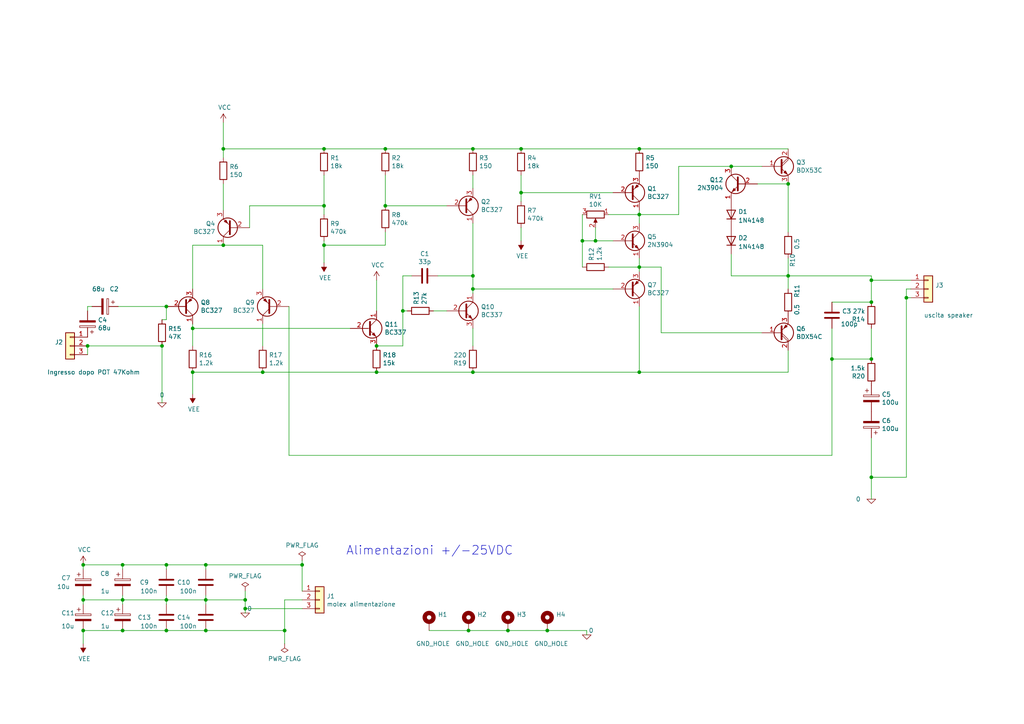
<source format=kicad_sch>
(kicad_sch (version 20211123) (generator eeschema)

  (uuid b1086f75-01ba-4188-8d36-75a9e2828ca9)

  (paper "A4")

  (title_block
    (title "Amplificatore 25 Watt RMS")
    (rev "1.01")
  )

  (lib_symbols
    (symbol "Amp-2-x-25-Watt-rescue:CP-Device" (pin_numbers hide) (pin_names (offset 0.254)) (in_bom yes) (on_board yes)
      (property "Reference" "C" (id 0) (at 0.635 2.54 0)
        (effects (font (size 1.27 1.27)) (justify left))
      )
      (property "Value" "CP-Device" (id 1) (at 0.635 -2.54 0)
        (effects (font (size 1.27 1.27)) (justify left))
      )
      (property "Footprint" "" (id 2) (at 0.9652 -3.81 0)
        (effects (font (size 1.27 1.27)) hide)
      )
      (property "Datasheet" "" (id 3) (at 0 0 0)
        (effects (font (size 1.27 1.27)) hide)
      )
      (property "ki_fp_filters" "CP_*" (id 4) (at 0 0 0)
        (effects (font (size 1.27 1.27)) hide)
      )
      (symbol "CP-Device_0_1"
        (rectangle (start -2.286 0.508) (end 2.286 1.016)
          (stroke (width 0) (type default) (color 0 0 0 0))
          (fill (type none))
        )
        (polyline
          (pts
            (xy -1.778 2.286)
            (xy -0.762 2.286)
          )
          (stroke (width 0) (type default) (color 0 0 0 0))
          (fill (type none))
        )
        (polyline
          (pts
            (xy -1.27 2.794)
            (xy -1.27 1.778)
          )
          (stroke (width 0) (type default) (color 0 0 0 0))
          (fill (type none))
        )
        (rectangle (start 2.286 -0.508) (end -2.286 -1.016)
          (stroke (width 0) (type default) (color 0 0 0 0))
          (fill (type outline))
        )
      )
      (symbol "CP-Device_1_1"
        (pin passive line (at 0 3.81 270) (length 2.794)
          (name "~" (effects (font (size 1.27 1.27))))
          (number "1" (effects (font (size 1.27 1.27))))
        )
        (pin passive line (at 0 -3.81 90) (length 2.794)
          (name "~" (effects (font (size 1.27 1.27))))
          (number "2" (effects (font (size 1.27 1.27))))
        )
      )
    )
    (symbol "Amp-2-x-25-Watt-rescue:R_POT-Device" (pin_names (offset 1.016) hide) (in_bom yes) (on_board yes)
      (property "Reference" "RV" (id 0) (at -4.445 0 90)
        (effects (font (size 1.27 1.27)))
      )
      (property "Value" "R_POT-Device" (id 1) (at -2.54 0 90)
        (effects (font (size 1.27 1.27)))
      )
      (property "Footprint" "" (id 2) (at 0 0 0)
        (effects (font (size 1.27 1.27)) hide)
      )
      (property "Datasheet" "" (id 3) (at 0 0 0)
        (effects (font (size 1.27 1.27)) hide)
      )
      (property "ki_fp_filters" "Potentiometer*" (id 4) (at 0 0 0)
        (effects (font (size 1.27 1.27)) hide)
      )
      (symbol "R_POT-Device_0_1"
        (polyline
          (pts
            (xy 2.54 0)
            (xy 1.524 0)
          )
          (stroke (width 0) (type default) (color 0 0 0 0))
          (fill (type none))
        )
        (polyline
          (pts
            (xy 1.143 0)
            (xy 2.286 0.508)
            (xy 2.286 -0.508)
            (xy 1.143 0)
          )
          (stroke (width 0) (type default) (color 0 0 0 0))
          (fill (type outline))
        )
        (rectangle (start 1.016 2.54) (end -1.016 -2.54)
          (stroke (width 0.254) (type default) (color 0 0 0 0))
          (fill (type none))
        )
      )
      (symbol "R_POT-Device_1_1"
        (pin passive line (at 0 3.81 270) (length 1.27)
          (name "1" (effects (font (size 1.27 1.27))))
          (number "1" (effects (font (size 1.27 1.27))))
        )
        (pin passive line (at 3.81 0 180) (length 1.27)
          (name "2" (effects (font (size 1.27 1.27))))
          (number "2" (effects (font (size 1.27 1.27))))
        )
        (pin passive line (at 0 -3.81 90) (length 1.27)
          (name "3" (effects (font (size 1.27 1.27))))
          (number "3" (effects (font (size 1.27 1.27))))
        )
      )
    )
    (symbol "Connector_Generic:Conn_01x03" (pin_names (offset 1.016) hide) (in_bom yes) (on_board yes)
      (property "Reference" "J" (id 0) (at 0 5.08 0)
        (effects (font (size 1.27 1.27)))
      )
      (property "Value" "Conn_01x03" (id 1) (at 0 -5.08 0)
        (effects (font (size 1.27 1.27)))
      )
      (property "Footprint" "" (id 2) (at 0 0 0)
        (effects (font (size 1.27 1.27)) hide)
      )
      (property "Datasheet" "~" (id 3) (at 0 0 0)
        (effects (font (size 1.27 1.27)) hide)
      )
      (property "ki_keywords" "connector" (id 4) (at 0 0 0)
        (effects (font (size 1.27 1.27)) hide)
      )
      (property "ki_description" "Generic connector, single row, 01x03, script generated (kicad-library-utils/schlib/autogen/connector/)" (id 5) (at 0 0 0)
        (effects (font (size 1.27 1.27)) hide)
      )
      (property "ki_fp_filters" "Connector*:*_1x??_*" (id 6) (at 0 0 0)
        (effects (font (size 1.27 1.27)) hide)
      )
      (symbol "Conn_01x03_1_1"
        (rectangle (start -1.27 -2.413) (end 0 -2.667)
          (stroke (width 0.1524) (type default) (color 0 0 0 0))
          (fill (type none))
        )
        (rectangle (start -1.27 0.127) (end 0 -0.127)
          (stroke (width 0.1524) (type default) (color 0 0 0 0))
          (fill (type none))
        )
        (rectangle (start -1.27 2.667) (end 0 2.413)
          (stroke (width 0.1524) (type default) (color 0 0 0 0))
          (fill (type none))
        )
        (rectangle (start -1.27 3.81) (end 1.27 -3.81)
          (stroke (width 0.254) (type default) (color 0 0 0 0))
          (fill (type background))
        )
        (pin passive line (at -5.08 2.54 0) (length 3.81)
          (name "Pin_1" (effects (font (size 1.27 1.27))))
          (number "1" (effects (font (size 1.27 1.27))))
        )
        (pin passive line (at -5.08 0 0) (length 3.81)
          (name "Pin_2" (effects (font (size 1.27 1.27))))
          (number "2" (effects (font (size 1.27 1.27))))
        )
        (pin passive line (at -5.08 -2.54 0) (length 3.81)
          (name "Pin_3" (effects (font (size 1.27 1.27))))
          (number "3" (effects (font (size 1.27 1.27))))
        )
      )
    )
    (symbol "Device:C" (pin_numbers hide) (pin_names (offset 0.254)) (in_bom yes) (on_board yes)
      (property "Reference" "C" (id 0) (at 0.635 2.54 0)
        (effects (font (size 1.27 1.27)) (justify left))
      )
      (property "Value" "C" (id 1) (at 0.635 -2.54 0)
        (effects (font (size 1.27 1.27)) (justify left))
      )
      (property "Footprint" "" (id 2) (at 0.9652 -3.81 0)
        (effects (font (size 1.27 1.27)) hide)
      )
      (property "Datasheet" "~" (id 3) (at 0 0 0)
        (effects (font (size 1.27 1.27)) hide)
      )
      (property "ki_keywords" "cap capacitor" (id 4) (at 0 0 0)
        (effects (font (size 1.27 1.27)) hide)
      )
      (property "ki_description" "Unpolarized capacitor" (id 5) (at 0 0 0)
        (effects (font (size 1.27 1.27)) hide)
      )
      (property "ki_fp_filters" "C_*" (id 6) (at 0 0 0)
        (effects (font (size 1.27 1.27)) hide)
      )
      (symbol "C_0_1"
        (polyline
          (pts
            (xy -2.032 -0.762)
            (xy 2.032 -0.762)
          )
          (stroke (width 0.508) (type default) (color 0 0 0 0))
          (fill (type none))
        )
        (polyline
          (pts
            (xy -2.032 0.762)
            (xy 2.032 0.762)
          )
          (stroke (width 0.508) (type default) (color 0 0 0 0))
          (fill (type none))
        )
      )
      (symbol "C_1_1"
        (pin passive line (at 0 3.81 270) (length 2.794)
          (name "~" (effects (font (size 1.27 1.27))))
          (number "1" (effects (font (size 1.27 1.27))))
        )
        (pin passive line (at 0 -3.81 90) (length 2.794)
          (name "~" (effects (font (size 1.27 1.27))))
          (number "2" (effects (font (size 1.27 1.27))))
        )
      )
    )
    (symbol "Device:Q_NPN_Darlington_BCE" (pin_names (offset 0) hide) (in_bom yes) (on_board yes)
      (property "Reference" "Q" (id 0) (at 4.572 1.27 0)
        (effects (font (size 1.27 1.27)) (justify left))
      )
      (property "Value" "Q_NPN_Darlington_BCE" (id 1) (at 4.572 -1.27 0)
        (effects (font (size 1.27 1.27)) (justify left))
      )
      (property "Footprint" "" (id 2) (at 5.08 2.54 0)
        (effects (font (size 1.27 1.27)) hide)
      )
      (property "Datasheet" "~" (id 3) (at 0 0 0)
        (effects (font (size 1.27 1.27)) hide)
      )
      (property "ki_keywords" "transistor NPN Darlington" (id 4) (at 0 0 0)
        (effects (font (size 1.27 1.27)) hide)
      )
      (property "ki_description" "NPN Darlington transistor, base/collector/emitter" (id 5) (at 0 0 0)
        (effects (font (size 1.27 1.27)) hide)
      )
      (symbol "Q_NPN_Darlington_BCE_0_1"
        (polyline
          (pts
            (xy 0.635 0.635)
            (xy 2.54 2.54)
          )
          (stroke (width 0) (type default) (color 0 0 0 0))
          (fill (type none))
        )
        (polyline
          (pts
            (xy 0.635 -0.635)
            (xy 2.54 -2.54)
            (xy 2.54 -2.54)
          )
          (stroke (width 0) (type default) (color 0 0 0 0))
          (fill (type none))
        )
        (polyline
          (pts
            (xy 0.635 0)
            (xy 2.54 1.905)
            (xy 2.54 2.54)
          )
          (stroke (width 0) (type default) (color 0 0 0 0))
          (fill (type none))
        )
        (polyline
          (pts
            (xy 0.635 1.905)
            (xy 0.635 -1.905)
            (xy 0.635 -1.905)
          )
          (stroke (width 0.508) (type default) (color 0 0 0 0))
          (fill (type none))
        )
        (polyline
          (pts
            (xy 1.27 -1.778)
            (xy 1.778 -1.27)
            (xy 2.286 -2.286)
            (xy 1.27 -1.778)
            (xy 1.27 -1.778)
          )
          (stroke (width 0) (type default) (color 0 0 0 0))
          (fill (type outline))
        )
        (circle (center 1.27 0) (radius 2.8194)
          (stroke (width 0.254) (type default) (color 0 0 0 0))
          (fill (type none))
        )
      )
      (symbol "Q_NPN_Darlington_BCE_1_1"
        (pin input line (at -5.08 0 0) (length 5.715)
          (name "B" (effects (font (size 1.27 1.27))))
          (number "1" (effects (font (size 1.27 1.27))))
        )
        (pin passive line (at 2.54 5.08 270) (length 2.54)
          (name "C" (effects (font (size 1.27 1.27))))
          (number "2" (effects (font (size 1.27 1.27))))
        )
        (pin passive line (at 2.54 -5.08 90) (length 2.54)
          (name "E" (effects (font (size 1.27 1.27))))
          (number "3" (effects (font (size 1.27 1.27))))
        )
      )
    )
    (symbol "Device:Q_PNP_Darlington_BCE" (pin_names (offset 0) hide) (in_bom yes) (on_board yes)
      (property "Reference" "Q" (id 0) (at 4.572 1.27 0)
        (effects (font (size 1.27 1.27)) (justify left))
      )
      (property "Value" "Q_PNP_Darlington_BCE" (id 1) (at 4.572 -1.27 0)
        (effects (font (size 1.27 1.27)) (justify left))
      )
      (property "Footprint" "" (id 2) (at 5.08 2.54 0)
        (effects (font (size 1.27 1.27)) hide)
      )
      (property "Datasheet" "~" (id 3) (at 0 0 0)
        (effects (font (size 1.27 1.27)) hide)
      )
      (property "ki_keywords" "transistor PNP Darlington" (id 4) (at 0 0 0)
        (effects (font (size 1.27 1.27)) hide)
      )
      (property "ki_description" "PNP Darlington transistor, base/collector/emitter" (id 5) (at 0 0 0)
        (effects (font (size 1.27 1.27)) hide)
      )
      (symbol "Q_PNP_Darlington_BCE_0_1"
        (polyline
          (pts
            (xy 0.635 0.635)
            (xy 2.54 2.54)
          )
          (stroke (width 0) (type default) (color 0 0 0 0))
          (fill (type none))
        )
        (polyline
          (pts
            (xy 0.635 -0.635)
            (xy 2.54 -2.54)
            (xy 2.54 -2.54)
          )
          (stroke (width 0) (type default) (color 0 0 0 0))
          (fill (type none))
        )
        (polyline
          (pts
            (xy 0.635 0)
            (xy 2.54 1.905)
            (xy 2.54 2.54)
          )
          (stroke (width 0) (type default) (color 0 0 0 0))
          (fill (type none))
        )
        (polyline
          (pts
            (xy 0.635 1.905)
            (xy 0.635 -1.905)
            (xy 0.635 -1.905)
          )
          (stroke (width 0.508) (type default) (color 0 0 0 0))
          (fill (type none))
        )
        (polyline
          (pts
            (xy 2.286 -1.778)
            (xy 1.778 -2.286)
            (xy 1.27 -1.27)
            (xy 2.286 -1.778)
            (xy 2.286 -1.778)
          )
          (stroke (width 0) (type default) (color 0 0 0 0))
          (fill (type outline))
        )
        (circle (center 1.27 0) (radius 2.8194)
          (stroke (width 0.254) (type default) (color 0 0 0 0))
          (fill (type none))
        )
      )
      (symbol "Q_PNP_Darlington_BCE_1_1"
        (pin input line (at -5.08 0 0) (length 5.715)
          (name "B" (effects (font (size 1.27 1.27))))
          (number "1" (effects (font (size 1.27 1.27))))
        )
        (pin passive line (at 2.54 5.08 270) (length 2.54)
          (name "C" (effects (font (size 1.27 1.27))))
          (number "2" (effects (font (size 1.27 1.27))))
        )
        (pin passive line (at 2.54 -5.08 90) (length 2.54)
          (name "E" (effects (font (size 1.27 1.27))))
          (number "3" (effects (font (size 1.27 1.27))))
        )
      )
    )
    (symbol "Device:R" (pin_numbers hide) (pin_names (offset 0)) (in_bom yes) (on_board yes)
      (property "Reference" "R" (id 0) (at 2.032 0 90)
        (effects (font (size 1.27 1.27)))
      )
      (property "Value" "R" (id 1) (at 0 0 90)
        (effects (font (size 1.27 1.27)))
      )
      (property "Footprint" "" (id 2) (at -1.778 0 90)
        (effects (font (size 1.27 1.27)) hide)
      )
      (property "Datasheet" "~" (id 3) (at 0 0 0)
        (effects (font (size 1.27 1.27)) hide)
      )
      (property "ki_keywords" "R res resistor" (id 4) (at 0 0 0)
        (effects (font (size 1.27 1.27)) hide)
      )
      (property "ki_description" "Resistor" (id 5) (at 0 0 0)
        (effects (font (size 1.27 1.27)) hide)
      )
      (property "ki_fp_filters" "R_*" (id 6) (at 0 0 0)
        (effects (font (size 1.27 1.27)) hide)
      )
      (symbol "R_0_1"
        (rectangle (start -1.016 -2.54) (end 1.016 2.54)
          (stroke (width 0.254) (type default) (color 0 0 0 0))
          (fill (type none))
        )
      )
      (symbol "R_1_1"
        (pin passive line (at 0 3.81 270) (length 1.27)
          (name "~" (effects (font (size 1.27 1.27))))
          (number "1" (effects (font (size 1.27 1.27))))
        )
        (pin passive line (at 0 -3.81 90) (length 1.27)
          (name "~" (effects (font (size 1.27 1.27))))
          (number "2" (effects (font (size 1.27 1.27))))
        )
      )
    )
    (symbol "Diode:1N4148" (pin_numbers hide) (pin_names (offset 1.016) hide) (in_bom yes) (on_board yes)
      (property "Reference" "D" (id 0) (at 0 2.54 0)
        (effects (font (size 1.27 1.27)))
      )
      (property "Value" "1N4148" (id 1) (at 0 -2.54 0)
        (effects (font (size 1.27 1.27)))
      )
      (property "Footprint" "Diode_THT:D_DO-35_SOD27_P7.62mm_Horizontal" (id 2) (at 0 -4.445 0)
        (effects (font (size 1.27 1.27)) hide)
      )
      (property "Datasheet" "https://assets.nexperia.com/documents/data-sheet/1N4148_1N4448.pdf" (id 3) (at 0 0 0)
        (effects (font (size 1.27 1.27)) hide)
      )
      (property "ki_keywords" "diode" (id 4) (at 0 0 0)
        (effects (font (size 1.27 1.27)) hide)
      )
      (property "ki_description" "100V 0.15A standard switching diode, DO-35" (id 5) (at 0 0 0)
        (effects (font (size 1.27 1.27)) hide)
      )
      (property "ki_fp_filters" "D*DO?35*" (id 6) (at 0 0 0)
        (effects (font (size 1.27 1.27)) hide)
      )
      (symbol "1N4148_0_1"
        (polyline
          (pts
            (xy -1.27 1.27)
            (xy -1.27 -1.27)
          )
          (stroke (width 0.254) (type default) (color 0 0 0 0))
          (fill (type none))
        )
        (polyline
          (pts
            (xy 1.27 0)
            (xy -1.27 0)
          )
          (stroke (width 0) (type default) (color 0 0 0 0))
          (fill (type none))
        )
        (polyline
          (pts
            (xy 1.27 1.27)
            (xy 1.27 -1.27)
            (xy -1.27 0)
            (xy 1.27 1.27)
          )
          (stroke (width 0.254) (type default) (color 0 0 0 0))
          (fill (type none))
        )
      )
      (symbol "1N4148_1_1"
        (pin passive line (at -3.81 0 0) (length 2.54)
          (name "K" (effects (font (size 1.27 1.27))))
          (number "1" (effects (font (size 1.27 1.27))))
        )
        (pin passive line (at 3.81 0 180) (length 2.54)
          (name "A" (effects (font (size 1.27 1.27))))
          (number "2" (effects (font (size 1.27 1.27))))
        )
      )
    )
    (symbol "Mechanical:MountingHole_Pad" (pin_numbers hide) (pin_names (offset 1.016) hide) (in_bom yes) (on_board yes)
      (property "Reference" "H" (id 0) (at 0 6.35 0)
        (effects (font (size 1.27 1.27)))
      )
      (property "Value" "MountingHole_Pad" (id 1) (at 0 4.445 0)
        (effects (font (size 1.27 1.27)))
      )
      (property "Footprint" "" (id 2) (at 0 0 0)
        (effects (font (size 1.27 1.27)) hide)
      )
      (property "Datasheet" "~" (id 3) (at 0 0 0)
        (effects (font (size 1.27 1.27)) hide)
      )
      (property "ki_keywords" "mounting hole" (id 4) (at 0 0 0)
        (effects (font (size 1.27 1.27)) hide)
      )
      (property "ki_description" "Mounting Hole with connection" (id 5) (at 0 0 0)
        (effects (font (size 1.27 1.27)) hide)
      )
      (property "ki_fp_filters" "MountingHole*Pad*" (id 6) (at 0 0 0)
        (effects (font (size 1.27 1.27)) hide)
      )
      (symbol "MountingHole_Pad_0_1"
        (circle (center 0 1.27) (radius 1.27)
          (stroke (width 1.27) (type default) (color 0 0 0 0))
          (fill (type none))
        )
      )
      (symbol "MountingHole_Pad_1_1"
        (pin input line (at 0 -2.54 90) (length 2.54)
          (name "1" (effects (font (size 1.27 1.27))))
          (number "1" (effects (font (size 1.27 1.27))))
        )
      )
    )
    (symbol "Transistor_BJT:2N3904" (pin_names (offset 0) hide) (in_bom yes) (on_board yes)
      (property "Reference" "Q" (id 0) (at 5.08 1.905 0)
        (effects (font (size 1.27 1.27)) (justify left))
      )
      (property "Value" "2N3904" (id 1) (at 5.08 0 0)
        (effects (font (size 1.27 1.27)) (justify left))
      )
      (property "Footprint" "Package_TO_SOT_THT:TO-92_Inline" (id 2) (at 5.08 -1.905 0)
        (effects (font (size 1.27 1.27) italic) (justify left) hide)
      )
      (property "Datasheet" "https://www.onsemi.com/pub/Collateral/2N3903-D.PDF" (id 3) (at 0 0 0)
        (effects (font (size 1.27 1.27)) (justify left) hide)
      )
      (property "ki_keywords" "NPN Transistor" (id 4) (at 0 0 0)
        (effects (font (size 1.27 1.27)) hide)
      )
      (property "ki_description" "0.2A Ic, 40V Vce, Small Signal NPN Transistor, TO-92" (id 5) (at 0 0 0)
        (effects (font (size 1.27 1.27)) hide)
      )
      (property "ki_fp_filters" "TO?92*" (id 6) (at 0 0 0)
        (effects (font (size 1.27 1.27)) hide)
      )
      (symbol "2N3904_0_1"
        (polyline
          (pts
            (xy 0.635 0.635)
            (xy 2.54 2.54)
          )
          (stroke (width 0) (type default) (color 0 0 0 0))
          (fill (type none))
        )
        (polyline
          (pts
            (xy 0.635 -0.635)
            (xy 2.54 -2.54)
            (xy 2.54 -2.54)
          )
          (stroke (width 0) (type default) (color 0 0 0 0))
          (fill (type none))
        )
        (polyline
          (pts
            (xy 0.635 1.905)
            (xy 0.635 -1.905)
            (xy 0.635 -1.905)
          )
          (stroke (width 0.508) (type default) (color 0 0 0 0))
          (fill (type none))
        )
        (polyline
          (pts
            (xy 1.27 -1.778)
            (xy 1.778 -1.27)
            (xy 2.286 -2.286)
            (xy 1.27 -1.778)
            (xy 1.27 -1.778)
          )
          (stroke (width 0) (type default) (color 0 0 0 0))
          (fill (type outline))
        )
        (circle (center 1.27 0) (radius 2.8194)
          (stroke (width 0.254) (type default) (color 0 0 0 0))
          (fill (type none))
        )
      )
      (symbol "2N3904_1_1"
        (pin passive line (at 2.54 -5.08 90) (length 2.54)
          (name "E" (effects (font (size 1.27 1.27))))
          (number "1" (effects (font (size 1.27 1.27))))
        )
        (pin passive line (at -5.08 0 0) (length 5.715)
          (name "B" (effects (font (size 1.27 1.27))))
          (number "2" (effects (font (size 1.27 1.27))))
        )
        (pin passive line (at 2.54 5.08 270) (length 2.54)
          (name "C" (effects (font (size 1.27 1.27))))
          (number "3" (effects (font (size 1.27 1.27))))
        )
      )
    )
    (symbol "Transistor_BJT:BC327" (pin_names (offset 0) hide) (in_bom yes) (on_board yes)
      (property "Reference" "Q" (id 0) (at 5.08 1.905 0)
        (effects (font (size 1.27 1.27)) (justify left))
      )
      (property "Value" "BC327" (id 1) (at 5.08 0 0)
        (effects (font (size 1.27 1.27)) (justify left))
      )
      (property "Footprint" "Package_TO_SOT_THT:TO-92_Inline" (id 2) (at 5.08 -1.905 0)
        (effects (font (size 1.27 1.27) italic) (justify left) hide)
      )
      (property "Datasheet" "http://www.onsemi.com/pub_link/Collateral/BC327-D.PDF" (id 3) (at 0 0 0)
        (effects (font (size 1.27 1.27)) (justify left) hide)
      )
      (property "ki_keywords" "PNP Transistor" (id 4) (at 0 0 0)
        (effects (font (size 1.27 1.27)) hide)
      )
      (property "ki_description" "0.8A Ic, 45V Vce, PNP Transistor, TO-92" (id 5) (at 0 0 0)
        (effects (font (size 1.27 1.27)) hide)
      )
      (property "ki_fp_filters" "TO?92*" (id 6) (at 0 0 0)
        (effects (font (size 1.27 1.27)) hide)
      )
      (symbol "BC327_0_1"
        (polyline
          (pts
            (xy 0.635 0.635)
            (xy 2.54 2.54)
          )
          (stroke (width 0) (type default) (color 0 0 0 0))
          (fill (type none))
        )
        (polyline
          (pts
            (xy 0.635 -0.635)
            (xy 2.54 -2.54)
            (xy 2.54 -2.54)
          )
          (stroke (width 0) (type default) (color 0 0 0 0))
          (fill (type none))
        )
        (polyline
          (pts
            (xy 0.635 1.905)
            (xy 0.635 -1.905)
            (xy 0.635 -1.905)
          )
          (stroke (width 0.508) (type default) (color 0 0 0 0))
          (fill (type none))
        )
        (polyline
          (pts
            (xy 2.286 -1.778)
            (xy 1.778 -2.286)
            (xy 1.27 -1.27)
            (xy 2.286 -1.778)
            (xy 2.286 -1.778)
          )
          (stroke (width 0) (type default) (color 0 0 0 0))
          (fill (type outline))
        )
        (circle (center 1.27 0) (radius 2.8194)
          (stroke (width 0.254) (type default) (color 0 0 0 0))
          (fill (type none))
        )
      )
      (symbol "BC327_1_1"
        (pin passive line (at 2.54 5.08 270) (length 2.54)
          (name "C" (effects (font (size 1.27 1.27))))
          (number "1" (effects (font (size 1.27 1.27))))
        )
        (pin input line (at -5.08 0 0) (length 5.715)
          (name "B" (effects (font (size 1.27 1.27))))
          (number "2" (effects (font (size 1.27 1.27))))
        )
        (pin passive line (at 2.54 -5.08 90) (length 2.54)
          (name "E" (effects (font (size 1.27 1.27))))
          (number "3" (effects (font (size 1.27 1.27))))
        )
      )
    )
    (symbol "Transistor_BJT:BC337" (pin_names (offset 0) hide) (in_bom yes) (on_board yes)
      (property "Reference" "Q" (id 0) (at 5.08 1.905 0)
        (effects (font (size 1.27 1.27)) (justify left))
      )
      (property "Value" "BC337" (id 1) (at 5.08 0 0)
        (effects (font (size 1.27 1.27)) (justify left))
      )
      (property "Footprint" "Package_TO_SOT_THT:TO-92_Inline" (id 2) (at 5.08 -1.905 0)
        (effects (font (size 1.27 1.27) italic) (justify left) hide)
      )
      (property "Datasheet" "https://diotec.com/tl_files/diotec/files/pdf/datasheets/bc337.pdf" (id 3) (at 0 0 0)
        (effects (font (size 1.27 1.27)) (justify left) hide)
      )
      (property "ki_keywords" "NPN Transistor" (id 4) (at 0 0 0)
        (effects (font (size 1.27 1.27)) hide)
      )
      (property "ki_description" "0.8A Ic, 45V Vce, NPN Transistor, TO-92" (id 5) (at 0 0 0)
        (effects (font (size 1.27 1.27)) hide)
      )
      (property "ki_fp_filters" "TO?92*" (id 6) (at 0 0 0)
        (effects (font (size 1.27 1.27)) hide)
      )
      (symbol "BC337_0_1"
        (polyline
          (pts
            (xy 0 0)
            (xy 0.635 0)
          )
          (stroke (width 0) (type default) (color 0 0 0 0))
          (fill (type none))
        )
        (polyline
          (pts
            (xy 0.635 0.635)
            (xy 2.54 2.54)
          )
          (stroke (width 0) (type default) (color 0 0 0 0))
          (fill (type none))
        )
        (polyline
          (pts
            (xy 0.635 -0.635)
            (xy 2.54 -2.54)
            (xy 2.54 -2.54)
          )
          (stroke (width 0) (type default) (color 0 0 0 0))
          (fill (type none))
        )
        (polyline
          (pts
            (xy 0.635 1.905)
            (xy 0.635 -1.905)
            (xy 0.635 -1.905)
          )
          (stroke (width 0.508) (type default) (color 0 0 0 0))
          (fill (type none))
        )
        (polyline
          (pts
            (xy 1.27 -1.778)
            (xy 1.778 -1.27)
            (xy 2.286 -2.286)
            (xy 1.27 -1.778)
            (xy 1.27 -1.778)
          )
          (stroke (width 0) (type default) (color 0 0 0 0))
          (fill (type outline))
        )
        (circle (center 1.27 0) (radius 2.8194)
          (stroke (width 0.254) (type default) (color 0 0 0 0))
          (fill (type none))
        )
      )
      (symbol "BC337_1_1"
        (pin passive line (at 2.54 5.08 270) (length 2.54)
          (name "C" (effects (font (size 1.27 1.27))))
          (number "1" (effects (font (size 1.27 1.27))))
        )
        (pin input line (at -5.08 0 0) (length 5.08)
          (name "B" (effects (font (size 1.27 1.27))))
          (number "2" (effects (font (size 1.27 1.27))))
        )
        (pin passive line (at 2.54 -5.08 90) (length 2.54)
          (name "E" (effects (font (size 1.27 1.27))))
          (number "3" (effects (font (size 1.27 1.27))))
        )
      )
    )
    (symbol "power:PWR_FLAG" (power) (pin_numbers hide) (pin_names (offset 0) hide) (in_bom yes) (on_board yes)
      (property "Reference" "#FLG" (id 0) (at 0 1.905 0)
        (effects (font (size 1.27 1.27)) hide)
      )
      (property "Value" "PWR_FLAG" (id 1) (at 0 3.81 0)
        (effects (font (size 1.27 1.27)))
      )
      (property "Footprint" "" (id 2) (at 0 0 0)
        (effects (font (size 1.27 1.27)) hide)
      )
      (property "Datasheet" "~" (id 3) (at 0 0 0)
        (effects (font (size 1.27 1.27)) hide)
      )
      (property "ki_keywords" "power-flag" (id 4) (at 0 0 0)
        (effects (font (size 1.27 1.27)) hide)
      )
      (property "ki_description" "Special symbol for telling ERC where power comes from" (id 5) (at 0 0 0)
        (effects (font (size 1.27 1.27)) hide)
      )
      (symbol "PWR_FLAG_0_0"
        (pin power_out line (at 0 0 90) (length 0)
          (name "pwr" (effects (font (size 1.27 1.27))))
          (number "1" (effects (font (size 1.27 1.27))))
        )
      )
      (symbol "PWR_FLAG_0_1"
        (polyline
          (pts
            (xy 0 0)
            (xy 0 1.27)
            (xy -1.016 1.905)
            (xy 0 2.54)
            (xy 1.016 1.905)
            (xy 0 1.27)
          )
          (stroke (width 0) (type default) (color 0 0 0 0))
          (fill (type none))
        )
      )
    )
    (symbol "power:VCC" (power) (pin_names (offset 0)) (in_bom yes) (on_board yes)
      (property "Reference" "#PWR" (id 0) (at 0 -3.81 0)
        (effects (font (size 1.27 1.27)) hide)
      )
      (property "Value" "VCC" (id 1) (at 0 3.81 0)
        (effects (font (size 1.27 1.27)))
      )
      (property "Footprint" "" (id 2) (at 0 0 0)
        (effects (font (size 1.27 1.27)) hide)
      )
      (property "Datasheet" "" (id 3) (at 0 0 0)
        (effects (font (size 1.27 1.27)) hide)
      )
      (property "ki_keywords" "power-flag" (id 4) (at 0 0 0)
        (effects (font (size 1.27 1.27)) hide)
      )
      (property "ki_description" "Power symbol creates a global label with name \"VCC\"" (id 5) (at 0 0 0)
        (effects (font (size 1.27 1.27)) hide)
      )
      (symbol "VCC_0_1"
        (polyline
          (pts
            (xy -0.762 1.27)
            (xy 0 2.54)
          )
          (stroke (width 0) (type default) (color 0 0 0 0))
          (fill (type none))
        )
        (polyline
          (pts
            (xy 0 0)
            (xy 0 2.54)
          )
          (stroke (width 0) (type default) (color 0 0 0 0))
          (fill (type none))
        )
        (polyline
          (pts
            (xy 0 2.54)
            (xy 0.762 1.27)
          )
          (stroke (width 0) (type default) (color 0 0 0 0))
          (fill (type none))
        )
      )
      (symbol "VCC_1_1"
        (pin power_in line (at 0 0 90) (length 0) hide
          (name "VCC" (effects (font (size 1.27 1.27))))
          (number "1" (effects (font (size 1.27 1.27))))
        )
      )
    )
    (symbol "power:VEE" (power) (pin_names (offset 0)) (in_bom yes) (on_board yes)
      (property "Reference" "#PWR" (id 0) (at 0 -3.81 0)
        (effects (font (size 1.27 1.27)) hide)
      )
      (property "Value" "VEE" (id 1) (at 0 3.81 0)
        (effects (font (size 1.27 1.27)))
      )
      (property "Footprint" "" (id 2) (at 0 0 0)
        (effects (font (size 1.27 1.27)) hide)
      )
      (property "Datasheet" "" (id 3) (at 0 0 0)
        (effects (font (size 1.27 1.27)) hide)
      )
      (property "ki_keywords" "power-flag" (id 4) (at 0 0 0)
        (effects (font (size 1.27 1.27)) hide)
      )
      (property "ki_description" "Power symbol creates a global label with name \"VEE\"" (id 5) (at 0 0 0)
        (effects (font (size 1.27 1.27)) hide)
      )
      (symbol "VEE_0_1"
        (polyline
          (pts
            (xy 0 0)
            (xy 0 2.54)
          )
          (stroke (width 0) (type default) (color 0 0 0 0))
          (fill (type none))
        )
        (polyline
          (pts
            (xy 0.762 1.27)
            (xy -0.762 1.27)
            (xy 0 2.54)
            (xy 0.762 1.27)
          )
          (stroke (width 0) (type default) (color 0 0 0 0))
          (fill (type outline))
        )
      )
      (symbol "VEE_1_1"
        (pin power_in line (at 0 0 90) (length 0) hide
          (name "VEE" (effects (font (size 1.27 1.27))))
          (number "1" (effects (font (size 1.27 1.27))))
        )
      )
    )
    (symbol "pspice:0" (power) (pin_names (offset 0)) (in_bom yes) (on_board yes)
      (property "Reference" "#GND" (id 0) (at 0 -2.54 0)
        (effects (font (size 1.27 1.27)) hide)
      )
      (property "Value" "0" (id 1) (at 0 -1.778 0)
        (effects (font (size 1.27 1.27)))
      )
      (property "Footprint" "" (id 2) (at 0 0 0)
        (effects (font (size 1.27 1.27)) hide)
      )
      (property "Datasheet" "~" (id 3) (at 0 0 0)
        (effects (font (size 1.27 1.27)) hide)
      )
      (property "ki_keywords" "simulation" (id 4) (at 0 0 0)
        (effects (font (size 1.27 1.27)) hide)
      )
      (property "ki_description" "0V reference potential for simulation" (id 5) (at 0 0 0)
        (effects (font (size 1.27 1.27)) hide)
      )
      (symbol "0_0_1"
        (polyline
          (pts
            (xy -1.27 0)
            (xy 0 -1.27)
            (xy 1.27 0)
            (xy -1.27 0)
          )
          (stroke (width 0) (type default) (color 0 0 0 0))
          (fill (type none))
        )
      )
      (symbol "0_1_1"
        (pin power_in line (at 0 0 0) (length 0) hide
          (name "0" (effects (font (size 1.016 1.016))))
          (number "1" (effects (font (size 1.016 1.016))))
        )
      )
    )
  )

  (junction (at 252.73 104.14) (diameter 0) (color 0 0 0 0)
    (uuid 00e38d63-5436-49db-81f5-697421f168fc)
  )
  (junction (at 64.77 71.12) (diameter 0) (color 0 0 0 0)
    (uuid 026ac84e-b8b2-4dd2-b675-8323c24fd778)
  )
  (junction (at 24.13 163.83) (diameter 0) (color 0 0 0 0)
    (uuid 065b9982-55f2-4822-977e-07e8a06e7b35)
  )
  (junction (at 64.77 43.18) (diameter 0) (color 0 0 0 0)
    (uuid 0755aee5-bc01-4cb5-b830-583289df50a3)
  )
  (junction (at 185.42 62.23) (diameter 0) (color 0 0 0 0)
    (uuid 097edb1b-8998-4e70-b670-bba125982348)
  )
  (junction (at 228.6 80.01) (diameter 0) (color 0 0 0 0)
    (uuid 0d09fcbc-67dc-44bc-8c57-0e6166c94f23)
  )
  (junction (at 35.56 173.99) (diameter 0) (color 0 0 0 0)
    (uuid 0f31f11f-c374-4640-b9a4-07bbdba8d354)
  )
  (junction (at 116.84 90.17) (diameter 0) (color 0 0 0 0)
    (uuid 173f6f06-e7d0-42ac-ab03-ce6b79b9eeee)
  )
  (junction (at 59.69 173.99) (diameter 0) (color 0 0 0 0)
    (uuid 19b0959e-a79b-43b2-a5ad-525ced7e9131)
  )
  (junction (at 151.13 43.18) (diameter 0) (color 0 0 0 0)
    (uuid 19c56563-5fe3-442a-885b-418dbc2421eb)
  )
  (junction (at 59.69 163.83) (diameter 0) (color 0 0 0 0)
    (uuid 1f8b2c0c-b042-4e2e-80f6-4959a27b238f)
  )
  (junction (at 228.6 53.34) (diameter 0) (color 0 0 0 0)
    (uuid 2a858c9b-e4f8-4f61-8fe3-013e9d1f8fd5)
  )
  (junction (at 212.09 48.26) (diameter 0) (color 0 0 0 0)
    (uuid 35e648d9-560b-4bd4-b3b2-7371a51699f1)
  )
  (junction (at 48.26 88.9) (diameter 0) (color 0 0 0 0)
    (uuid 37b6c6d6-3e12-4736-912a-ea6e2bf06721)
  )
  (junction (at 137.16 83.82) (diameter 0) (color 0 0 0 0)
    (uuid 37e8181c-a81e-498b-b2e2-0aef0c391059)
  )
  (junction (at 93.98 71.12) (diameter 0) (color 0 0 0 0)
    (uuid 3f43d730-2a73-49fe-9672-32428e7f5b49)
  )
  (junction (at 262.89 86.36) (diameter 0) (color 0 0 0 0)
    (uuid 43707e99-bdd7-4b02-9974-540ed6c2b0aa)
  )
  (junction (at 111.76 43.18) (diameter 0) (color 0 0 0 0)
    (uuid 479331ff-c540-41f4-84e6-b48d65171e59)
  )
  (junction (at 87.63 163.83) (diameter 0) (color 0 0 0 0)
    (uuid 4ec618ae-096f-4256-9328-005ee04f13d6)
  )
  (junction (at 55.88 107.95) (diameter 0) (color 0 0 0 0)
    (uuid 4fb21471-41be-4be8-9687-66030f97befc)
  )
  (junction (at 241.3 104.14) (diameter 0) (color 0 0 0 0)
    (uuid 597a11f2-5d2c-4a65-ac95-38ad106e1367)
  )
  (junction (at 24.13 182.88) (diameter 0) (color 0 0 0 0)
    (uuid 5c6445f2-55d2-4158-9cae-a532a6f47f3c)
  )
  (junction (at 24.13 173.99) (diameter 0) (color 0 0 0 0)
    (uuid 5fc9acb6-6dbb-4598-825b-4b9e7c4c67c4)
  )
  (junction (at 185.42 77.47) (diameter 0) (color 0 0 0 0)
    (uuid 644ae9fc-3c8e-4089-866e-a12bf371c3e9)
  )
  (junction (at 137.16 107.95) (diameter 0) (color 0 0 0 0)
    (uuid 6c67e4f6-9d04-4539-b356-b76e915ce848)
  )
  (junction (at 172.72 69.85) (diameter 0) (color 0 0 0 0)
    (uuid 6cbd3a6d-e8b4-4a95-be74-c741893631c8)
  )
  (junction (at 151.13 55.88) (diameter 0) (color 0 0 0 0)
    (uuid 6ec113ca-7d27-4b14-a180-1e5e2fd1c167)
  )
  (junction (at 93.98 59.69) (diameter 0) (color 0 0 0 0)
    (uuid 6f80f798-dc24-438f-a1eb-4ee2936267c8)
  )
  (junction (at 46.99 100.33) (diameter 0) (color 0 0 0 0)
    (uuid 720bbb24-9924-4a02-9dbf-a7fbaed0aefc)
  )
  (junction (at 76.2 107.95) (diameter 0) (color 0 0 0 0)
    (uuid 7e023245-2c2b-4e2b-bfb9-5d35176e88f2)
  )
  (junction (at 252.73 87.63) (diameter 0) (color 0 0 0 0)
    (uuid 8251ea52-05c2-424e-961d-3df3afb9861c)
  )
  (junction (at 82.55 182.88) (diameter 0) (color 0 0 0 0)
    (uuid 8458d41c-5d62-455d-b6e1-9f718c0faac9)
  )
  (junction (at 109.22 107.95) (diameter 0) (color 0 0 0 0)
    (uuid 8c514922-ffe1-4e37-a260-e807409f2e0d)
  )
  (junction (at 185.42 43.18) (diameter 0) (color 0 0 0 0)
    (uuid 8d0c1d66-35ef-4a53-a28f-436a11b54f42)
  )
  (junction (at 55.88 95.25) (diameter 0) (color 0 0 0 0)
    (uuid 8da933a9-35f8-42e6-8504-d1bab7264306)
  )
  (junction (at 111.76 59.69) (diameter 0) (color 0 0 0 0)
    (uuid 997c2f12-73ba-4c01-9ee0-42e37cbab790)
  )
  (junction (at 25.4 100.33) (diameter 0) (color 0 0 0 0)
    (uuid ae77c3c8-1144-468e-ad5b-a0b4090735bd)
  )
  (junction (at 35.56 182.88) (diameter 0) (color 0 0 0 0)
    (uuid afd38b10-2eca-4abe-aed1-a96fb07ffdbe)
  )
  (junction (at 48.26 163.83) (diameter 0) (color 0 0 0 0)
    (uuid b6135480-ace6-42b2-9c47-856ef57cded1)
  )
  (junction (at 71.12 176.53) (diameter 0) (color 0 0 0 0)
    (uuid b873bc5d-a9af-4bd9-afcb-87ce4d417120)
  )
  (junction (at 93.98 43.18) (diameter 0) (color 0 0 0 0)
    (uuid b88717bd-086f-46cd-9d3f-0396009d0996)
  )
  (junction (at 59.69 182.88) (diameter 0) (color 0 0 0 0)
    (uuid c76d4423-ef1b-4a6f-8176-33d65f2877bb)
  )
  (junction (at 71.12 173.99) (diameter 0) (color 0 0 0 0)
    (uuid c8b6b273-3d20-4a46-8069-f6d608563604)
  )
  (junction (at 137.16 80.01) (diameter 0) (color 0 0 0 0)
    (uuid cb16d05e-318b-4e51-867b-70d791d75bea)
  )
  (junction (at 252.73 81.28) (diameter 0) (color 0 0 0 0)
    (uuid cb5a52ec-ffe2-4f46-90d9-aa4fa2afc942)
  )
  (junction (at 135.89 182.88) (diameter 0) (color 0 0 0 0)
    (uuid d49c1f6f-b0ce-406a-8fa9-78a9c1ed300d)
  )
  (junction (at 185.42 107.95) (diameter 0) (color 0 0 0 0)
    (uuid d6fb27cf-362d-4568-967c-a5bf49d5931b)
  )
  (junction (at 147.32 182.88) (diameter 0) (color 0 0 0 0)
    (uuid d915de51-2d66-4f1f-94a4-08e0ff68d1b3)
  )
  (junction (at 158.75 182.88) (diameter 0) (color 0 0 0 0)
    (uuid da6a2088-8ed6-469d-b2ee-d0e098c49160)
  )
  (junction (at 168.91 69.85) (diameter 0) (color 0 0 0 0)
    (uuid db91ded9-e685-4c4e-ad4e-cb4be4f91c6b)
  )
  (junction (at 35.56 163.83) (diameter 0) (color 0 0 0 0)
    (uuid dc2801a1-d539-4721-b31f-fe196b9f13df)
  )
  (junction (at 48.26 182.88) (diameter 0) (color 0 0 0 0)
    (uuid e4aa537c-eb9d-4dbb-ac87-fae46af42391)
  )
  (junction (at 137.16 43.18) (diameter 0) (color 0 0 0 0)
    (uuid e4c6fdbb-fdc7-4ad4-a516-240d84cdc120)
  )
  (junction (at 48.26 173.99) (diameter 0) (color 0 0 0 0)
    (uuid e502d1d5-04b0-4d4b-b5c3-8c52d09668e7)
  )
  (junction (at 109.22 100.33) (diameter 0) (color 0 0 0 0)
    (uuid e8c50f1b-c316-4110-9cce-5c24c65a1eaa)
  )
  (junction (at 252.73 138.43) (diameter 0) (color 0 0 0 0)
    (uuid fea7c5d1-76d6-41a0-b5e3-29889dbb8ce0)
  )

  (wire (pts (xy 196.85 48.26) (xy 212.09 48.26))
    (stroke (width 0) (type default) (color 0 0 0 0))
    (uuid 00308629-8da9-4087-8dd1-e46e0aaf2a45)
  )
  (wire (pts (xy 76.2 100.33) (xy 76.2 93.98))
    (stroke (width 0) (type default) (color 0 0 0 0))
    (uuid 003c2200-0632-4808-a662-8ddd5d30c768)
  )
  (wire (pts (xy 55.88 107.95) (xy 76.2 107.95))
    (stroke (width 0) (type default) (color 0 0 0 0))
    (uuid 0217dfc4-fc13-4699-99ad-d9948522648e)
  )
  (wire (pts (xy 71.12 176.53) (xy 71.12 177.8))
    (stroke (width 0) (type default) (color 0 0 0 0))
    (uuid 03c7f780-fc1b-487a-b30d-567d6c09fdc8)
  )
  (wire (pts (xy 137.16 80.01) (xy 137.16 64.77))
    (stroke (width 0) (type default) (color 0 0 0 0))
    (uuid 057af6bb-cf6f-4bfb-b0c0-2e92a2c09a47)
  )
  (wire (pts (xy 35.56 165.1) (xy 35.56 163.83))
    (stroke (width 0) (type default) (color 0 0 0 0))
    (uuid 071522c0-d0ed-49b9-906e-6295f67fb0dc)
  )
  (wire (pts (xy 212.09 73.66) (xy 212.09 80.01))
    (stroke (width 0) (type default) (color 0 0 0 0))
    (uuid 0b0408ba-adc0-4388-b7cd-ebdce87955b1)
  )
  (wire (pts (xy 55.88 71.12) (xy 64.77 71.12))
    (stroke (width 0) (type default) (color 0 0 0 0))
    (uuid 0bcafe80-ffba-4f1e-ae51-95a595b006db)
  )
  (wire (pts (xy 59.69 173.99) (xy 59.69 175.26))
    (stroke (width 0) (type default) (color 0 0 0 0))
    (uuid 109caac1-5036-4f23-9a66-f569d871501b)
  )
  (wire (pts (xy 262.89 83.82) (xy 264.16 83.82))
    (stroke (width 0) (type default) (color 0 0 0 0))
    (uuid 1171ce37-6ad7-4662-bb68-5592c945ebf3)
  )
  (wire (pts (xy 111.76 50.8) (xy 111.76 59.69))
    (stroke (width 0) (type default) (color 0 0 0 0))
    (uuid 1199146e-a60b-416a-b503-e77d6d2892f9)
  )
  (wire (pts (xy 151.13 43.18) (xy 185.42 43.18))
    (stroke (width 0) (type default) (color 0 0 0 0))
    (uuid 14769dc5-8525-4984-8b15-a734ee247efa)
  )
  (wire (pts (xy 111.76 71.12) (xy 111.76 67.31))
    (stroke (width 0) (type default) (color 0 0 0 0))
    (uuid 155b0b7c-70b4-4a26-a550-bac13cab0aa4)
  )
  (wire (pts (xy 151.13 66.04) (xy 151.13 69.85))
    (stroke (width 0) (type default) (color 0 0 0 0))
    (uuid 16121028-bdf5-49c0-aae7-e28fe5bfa771)
  )
  (wire (pts (xy 93.98 62.23) (xy 93.98 59.69))
    (stroke (width 0) (type default) (color 0 0 0 0))
    (uuid 16a9ae8c-3ad2-439b-8efe-377c994670c7)
  )
  (wire (pts (xy 24.13 173.99) (xy 24.13 175.26))
    (stroke (width 0) (type default) (color 0 0 0 0))
    (uuid 18b7e157-ae67-48ad-bd7c-9fef6fe45b22)
  )
  (wire (pts (xy 176.53 77.47) (xy 185.42 77.47))
    (stroke (width 0) (type default) (color 0 0 0 0))
    (uuid 1e518c2a-4cb7-4599-a1fa-5b9f847da7d3)
  )
  (wire (pts (xy 137.16 100.33) (xy 137.16 95.25))
    (stroke (width 0) (type default) (color 0 0 0 0))
    (uuid 1e8701fc-ad24-40ea-846a-e3db538d6077)
  )
  (wire (pts (xy 93.98 71.12) (xy 111.76 71.12))
    (stroke (width 0) (type default) (color 0 0 0 0))
    (uuid 1fa508ef-df83-4c99-846b-9acf535b3ad9)
  )
  (wire (pts (xy 185.42 107.95) (xy 228.6 107.95))
    (stroke (width 0) (type default) (color 0 0 0 0))
    (uuid 20c315f4-1e4f-49aa-8d61-778a7389df7e)
  )
  (wire (pts (xy 252.73 104.14) (xy 252.73 95.25))
    (stroke (width 0) (type default) (color 0 0 0 0))
    (uuid 240c10af-51b5-420e-a6f4-a2c8f5db1db5)
  )
  (wire (pts (xy 55.88 100.33) (xy 55.88 95.25))
    (stroke (width 0) (type default) (color 0 0 0 0))
    (uuid 240e07e1-770b-4b27-894f-29fd601c924d)
  )
  (wire (pts (xy 59.69 172.72) (xy 59.69 173.99))
    (stroke (width 0) (type default) (color 0 0 0 0))
    (uuid 25e5aa8e-2696-44a3-8d3c-c2c53f2923cf)
  )
  (wire (pts (xy 72.39 66.04) (xy 72.39 59.69))
    (stroke (width 0) (type default) (color 0 0 0 0))
    (uuid 26801cfb-b53b-4a6a-a2f4-5f4986565765)
  )
  (wire (pts (xy 185.42 107.95) (xy 137.16 107.95))
    (stroke (width 0) (type default) (color 0 0 0 0))
    (uuid 275aa44a-b61f-489f-9e2a-819a0fe0d1eb)
  )
  (wire (pts (xy 185.42 43.18) (xy 228.6 43.18))
    (stroke (width 0) (type default) (color 0 0 0 0))
    (uuid 27d56953-c620-4d5b-9c1c-e48bc3d9684a)
  )
  (wire (pts (xy 24.13 182.88) (xy 35.56 182.88))
    (stroke (width 0) (type default) (color 0 0 0 0))
    (uuid 2891767f-251c-48c4-91c0-deb1b368f45c)
  )
  (wire (pts (xy 241.3 104.14) (xy 252.73 104.14))
    (stroke (width 0) (type default) (color 0 0 0 0))
    (uuid 2d697cf0-e02e-4ed1-a048-a704dab0ee43)
  )
  (wire (pts (xy 168.91 69.85) (xy 168.91 77.47))
    (stroke (width 0) (type default) (color 0 0 0 0))
    (uuid 2d76fa07-e974-4de0-891a-f95e693718df)
  )
  (wire (pts (xy 116.84 80.01) (xy 119.38 80.01))
    (stroke (width 0) (type default) (color 0 0 0 0))
    (uuid 2e842263-c0ba-46fd-a760-6624d4c78278)
  )
  (wire (pts (xy 55.88 95.25) (xy 101.6 95.25))
    (stroke (width 0) (type default) (color 0 0 0 0))
    (uuid 2f215f15-3d52-4c91-93e6-3ea03a95622f)
  )
  (wire (pts (xy 228.6 53.34) (xy 228.6 67.31))
    (stroke (width 0) (type default) (color 0 0 0 0))
    (uuid 30755eb2-7523-458a-85d4-4a974474b5b7)
  )
  (wire (pts (xy 24.13 165.1) (xy 24.13 163.83))
    (stroke (width 0) (type default) (color 0 0 0 0))
    (uuid 309b3bff-19c8-41ec-a84d-63399c649f46)
  )
  (wire (pts (xy 59.69 173.99) (xy 71.12 173.99))
    (stroke (width 0) (type default) (color 0 0 0 0))
    (uuid 31540a7e-dc9e-4e4d-96b1-dab15efa5f4b)
  )
  (wire (pts (xy 158.75 182.88) (xy 170.18 182.88))
    (stroke (width 0) (type default) (color 0 0 0 0))
    (uuid 3260b73f-6e3a-4123-b99b-e48711b06dd7)
  )
  (wire (pts (xy 87.63 163.83) (xy 87.63 171.45))
    (stroke (width 0) (type default) (color 0 0 0 0))
    (uuid 3326423d-8df7-4a7e-a354-349430b8fbd7)
  )
  (wire (pts (xy 25.4 88.9) (xy 25.4 90.17))
    (stroke (width 0) (type default) (color 0 0 0 0))
    (uuid 34d03349-6d78-4165-a683-2d8b76f2bae8)
  )
  (wire (pts (xy 48.26 172.72) (xy 48.26 173.99))
    (stroke (width 0) (type default) (color 0 0 0 0))
    (uuid 37f31dec-63fc-4634-a141-5dc5d2b60fe4)
  )
  (wire (pts (xy 212.09 80.01) (xy 228.6 80.01))
    (stroke (width 0) (type default) (color 0 0 0 0))
    (uuid 38877339-adc5-4252-81ec-d420c75d01b0)
  )
  (wire (pts (xy 93.98 71.12) (xy 93.98 69.85))
    (stroke (width 0) (type default) (color 0 0 0 0))
    (uuid 399fc36a-ed5d-44b5-82f7-c6f83d9acc14)
  )
  (wire (pts (xy 135.89 182.88) (xy 147.32 182.88))
    (stroke (width 0) (type default) (color 0 0 0 0))
    (uuid 3d7c1192-2cef-4c75-98dc-d759c5adfd47)
  )
  (wire (pts (xy 76.2 107.95) (xy 109.22 107.95))
    (stroke (width 0) (type default) (color 0 0 0 0))
    (uuid 40165eda-4ba6-4565-9bb4-b9df6dbb08da)
  )
  (wire (pts (xy 228.6 80.01) (xy 252.73 80.01))
    (stroke (width 0) (type default) (color 0 0 0 0))
    (uuid 4166ee49-ca07-4505-922f-0f70f37ef314)
  )
  (wire (pts (xy 185.42 77.47) (xy 185.42 78.74))
    (stroke (width 0) (type default) (color 0 0 0 0))
    (uuid 41acfe41-fac7-432a-a7a3-946566e2d504)
  )
  (wire (pts (xy 127 80.01) (xy 137.16 80.01))
    (stroke (width 0) (type default) (color 0 0 0 0))
    (uuid 4632212f-13ce-4392-bc68-ccb9ba333770)
  )
  (wire (pts (xy 109.22 100.33) (xy 116.84 100.33))
    (stroke (width 0) (type default) (color 0 0 0 0))
    (uuid 4780a290-d25c-4459-9579-eba3f7678762)
  )
  (wire (pts (xy 170.18 182.88) (xy 170.18 184.15))
    (stroke (width 0) (type default) (color 0 0 0 0))
    (uuid 48ff0ceb-ea44-48a3-b980-0dcbba8daca9)
  )
  (wire (pts (xy 137.16 85.09) (xy 137.16 83.82))
    (stroke (width 0) (type default) (color 0 0 0 0))
    (uuid 4a21e717-d46d-4d9e-8b98-af4ecb02d3ec)
  )
  (wire (pts (xy 82.55 186.69) (xy 82.55 182.88))
    (stroke (width 0) (type default) (color 0 0 0 0))
    (uuid 4d4fecdd-be4a-47e9-9085-2268d5852d8f)
  )
  (wire (pts (xy 241.3 104.14) (xy 241.3 132.08))
    (stroke (width 0) (type default) (color 0 0 0 0))
    (uuid 5487601b-81d3-4c70-8f3d-cf9df9c63302)
  )
  (wire (pts (xy 228.6 101.6) (xy 228.6 107.95))
    (stroke (width 0) (type default) (color 0 0 0 0))
    (uuid 548d2b1d-9058-4427-a075-506f31f257c6)
  )
  (wire (pts (xy 196.85 48.26) (xy 196.85 62.23))
    (stroke (width 0) (type default) (color 0 0 0 0))
    (uuid 553a2283-c2a3-4d65-8363-816025f0e220)
  )
  (wire (pts (xy 185.42 74.93) (xy 185.42 77.47))
    (stroke (width 0) (type default) (color 0 0 0 0))
    (uuid 57c0c267-8bf9-4cc7-b734-d71a239ac313)
  )
  (wire (pts (xy 191.77 96.52) (xy 191.77 77.47))
    (stroke (width 0) (type default) (color 0 0 0 0))
    (uuid 587d18f4-2a40-4b98-a07e-5793e8b61e1a)
  )
  (wire (pts (xy 168.91 69.85) (xy 172.72 69.85))
    (stroke (width 0) (type default) (color 0 0 0 0))
    (uuid 5a10a771-39a7-44fa-a5c7-5eb4da2ba051)
  )
  (wire (pts (xy 151.13 50.8) (xy 151.13 55.88))
    (stroke (width 0) (type default) (color 0 0 0 0))
    (uuid 5bcace5d-edd0-4e19-92d0-835e43cf8eb2)
  )
  (wire (pts (xy 185.42 88.9) (xy 185.42 107.95))
    (stroke (width 0) (type default) (color 0 0 0 0))
    (uuid 5ca4be1c-537e-4a4a-b344-d0c8ffde8546)
  )
  (wire (pts (xy 71.12 171.45) (xy 71.12 173.99))
    (stroke (width 0) (type default) (color 0 0 0 0))
    (uuid 5d9921f1-08b3-4cc9-8cf7-e9a72ca2fdb7)
  )
  (wire (pts (xy 168.91 62.23) (xy 168.91 69.85))
    (stroke (width 0) (type default) (color 0 0 0 0))
    (uuid 5f285648-9d61-4112-a5f7-49852771fb7f)
  )
  (wire (pts (xy 191.77 77.47) (xy 185.42 77.47))
    (stroke (width 0) (type default) (color 0 0 0 0))
    (uuid 60916f34-aea8-4e75-a14a-0ed17de7f102)
  )
  (wire (pts (xy 137.16 50.8) (xy 137.16 54.61))
    (stroke (width 0) (type default) (color 0 0 0 0))
    (uuid 61fe293f-6808-4b7f-9340-9aaac7054a97)
  )
  (wire (pts (xy 64.77 43.18) (xy 64.77 45.72))
    (stroke (width 0) (type default) (color 0 0 0 0))
    (uuid 63ff1c93-3f96-4c33-b498-5dd8c33bccc0)
  )
  (wire (pts (xy 137.16 83.82) (xy 137.16 80.01))
    (stroke (width 0) (type default) (color 0 0 0 0))
    (uuid 676efd2f-1c48-4786-9e4b-2444f1e8f6ff)
  )
  (wire (pts (xy 48.26 163.83) (xy 59.69 163.83))
    (stroke (width 0) (type default) (color 0 0 0 0))
    (uuid 6d1d60ff-408a-47a7-892f-c5cf9ef6ca75)
  )
  (wire (pts (xy 228.6 74.93) (xy 228.6 80.01))
    (stroke (width 0) (type default) (color 0 0 0 0))
    (uuid 6d90b86a-85a6-46b2-9169-693d1e9422d0)
  )
  (wire (pts (xy 87.63 173.99) (xy 82.55 173.99))
    (stroke (width 0) (type default) (color 0 0 0 0))
    (uuid 700e8b73-5976-423f-a3f3-ab3d9f3e9760)
  )
  (wire (pts (xy 55.88 114.3) (xy 55.88 107.95))
    (stroke (width 0) (type default) (color 0 0 0 0))
    (uuid 7599133e-c681-4202-85d9-c20dac196c64)
  )
  (wire (pts (xy 172.72 66.04) (xy 172.72 69.85))
    (stroke (width 0) (type default) (color 0 0 0 0))
    (uuid 797336a2-12e4-4dd0-a33e-dc6624c7dd5e)
  )
  (wire (pts (xy 82.55 182.88) (xy 59.69 182.88))
    (stroke (width 0) (type default) (color 0 0 0 0))
    (uuid 79e31048-072a-4a40-a625-26bb0b5f046b)
  )
  (wire (pts (xy 252.73 80.01) (xy 252.73 81.28))
    (stroke (width 0) (type default) (color 0 0 0 0))
    (uuid 7a63ed9b-975b-4257-9722-9fb8396c1b0c)
  )
  (wire (pts (xy 48.26 173.99) (xy 48.26 175.26))
    (stroke (width 0) (type default) (color 0 0 0 0))
    (uuid 7c04618d-9115-4179-b234-a8faf854ea92)
  )
  (wire (pts (xy 228.6 80.01) (xy 228.6 83.82))
    (stroke (width 0) (type default) (color 0 0 0 0))
    (uuid 7c7ba209-c6f4-441e-85ee-483b1f140326)
  )
  (wire (pts (xy 93.98 43.18) (xy 111.76 43.18))
    (stroke (width 0) (type default) (color 0 0 0 0))
    (uuid 86dc7a78-7d51-4111-9eea-8a8f7977eb16)
  )
  (wire (pts (xy 252.73 87.63) (xy 252.73 81.28))
    (stroke (width 0) (type default) (color 0 0 0 0))
    (uuid 87128cd3-003a-40af-84a7-4e04ff533244)
  )
  (wire (pts (xy 116.84 90.17) (xy 116.84 80.01))
    (stroke (width 0) (type default) (color 0 0 0 0))
    (uuid 8c0807a7-765b-4fa5-baaa-e09a2b610e6b)
  )
  (wire (pts (xy 71.12 173.99) (xy 71.12 176.53))
    (stroke (width 0) (type default) (color 0 0 0 0))
    (uuid 8c1605f9-6c91-4701-96bf-e753661d5e23)
  )
  (wire (pts (xy 109.22 81.28) (xy 109.22 90.17))
    (stroke (width 0) (type default) (color 0 0 0 0))
    (uuid 9186dae5-6dc3-4744-9f90-e697559c6ac8)
  )
  (wire (pts (xy 48.26 165.1) (xy 48.26 163.83))
    (stroke (width 0) (type default) (color 0 0 0 0))
    (uuid 91c1eb0a-67ae-4ef0-95ce-d060a03a7313)
  )
  (wire (pts (xy 87.63 162.56) (xy 87.63 163.83))
    (stroke (width 0) (type default) (color 0 0 0 0))
    (uuid 92035a88-6c95-4a61-bd8a-cb8dd9e5018a)
  )
  (wire (pts (xy 35.56 163.83) (xy 48.26 163.83))
    (stroke (width 0) (type default) (color 0 0 0 0))
    (uuid 970e0f64-111f-41e3-9f5a-fb0d0f6fa101)
  )
  (wire (pts (xy 64.77 35.56) (xy 64.77 43.18))
    (stroke (width 0) (type default) (color 0 0 0 0))
    (uuid 98b00c9d-9188-4bce-aa70-92d12dd9cf82)
  )
  (wire (pts (xy 185.42 62.23) (xy 185.42 60.96))
    (stroke (width 0) (type default) (color 0 0 0 0))
    (uuid 994b6220-4755-4d84-91b3-6122ac1c2c5e)
  )
  (wire (pts (xy 35.56 173.99) (xy 35.56 175.26))
    (stroke (width 0) (type default) (color 0 0 0 0))
    (uuid 998b7fa5-31a5-472e-9572-49d5226d6098)
  )
  (wire (pts (xy 76.2 71.12) (xy 76.2 83.82))
    (stroke (width 0) (type default) (color 0 0 0 0))
    (uuid 9b0a1687-7e1b-4a04-a30b-c27a072a2949)
  )
  (wire (pts (xy 252.73 138.43) (xy 252.73 127))
    (stroke (width 0) (type default) (color 0 0 0 0))
    (uuid 9bac9ad3-a7b9-47f0-87c7-d8630653df68)
  )
  (wire (pts (xy 93.98 43.18) (xy 64.77 43.18))
    (stroke (width 0) (type default) (color 0 0 0 0))
    (uuid 9e1b837f-0d34-4a18-9644-9ee68f141f46)
  )
  (wire (pts (xy 176.53 62.23) (xy 185.42 62.23))
    (stroke (width 0) (type default) (color 0 0 0 0))
    (uuid a1aad2b7-d537-4ebe-9600-9849a0eda02a)
  )
  (wire (pts (xy 93.98 76.2) (xy 93.98 71.12))
    (stroke (width 0) (type default) (color 0 0 0 0))
    (uuid a24ce0e2-fdd3-4e6a-b754-5dee9713dd27)
  )
  (wire (pts (xy 59.69 165.1) (xy 59.69 163.83))
    (stroke (width 0) (type default) (color 0 0 0 0))
    (uuid a24ddb4f-c217-42ca-b6cb-d12da84fb2b9)
  )
  (wire (pts (xy 241.3 132.08) (xy 83.82 132.08))
    (stroke (width 0) (type default) (color 0 0 0 0))
    (uuid a29f8df0-3fae-4edf-8d9c-bd5a875b13e3)
  )
  (wire (pts (xy 24.13 173.99) (xy 35.56 173.99))
    (stroke (width 0) (type default) (color 0 0 0 0))
    (uuid a53767ed-bb28-4f90-abe0-e0ea734812a4)
  )
  (wire (pts (xy 124.46 182.88) (xy 135.89 182.88))
    (stroke (width 0) (type default) (color 0 0 0 0))
    (uuid a5dba0b8-69da-45c9-b3b3-e34a9cf5d736)
  )
  (wire (pts (xy 24.13 163.83) (xy 35.56 163.83))
    (stroke (width 0) (type default) (color 0 0 0 0))
    (uuid a6ccc556-da88-4006-ae1a-cc35733efef3)
  )
  (wire (pts (xy 35.56 172.72) (xy 35.56 173.99))
    (stroke (width 0) (type default) (color 0 0 0 0))
    (uuid b09666f9-12f1-4ee9-8877-2292c94258ca)
  )
  (wire (pts (xy 82.55 173.99) (xy 82.55 182.88))
    (stroke (width 0) (type default) (color 0 0 0 0))
    (uuid b4300db7-1220-431a-b7c3-2edbdf8fa6fc)
  )
  (wire (pts (xy 185.42 64.77) (xy 185.42 62.23))
    (stroke (width 0) (type default) (color 0 0 0 0))
    (uuid b447dbb1-d38e-4a15-93cb-12c25382ea53)
  )
  (wire (pts (xy 172.72 69.85) (xy 177.8 69.85))
    (stroke (width 0) (type default) (color 0 0 0 0))
    (uuid b4c71b9b-cad5-4be5-a07b-be9362f17a2f)
  )
  (wire (pts (xy 262.89 83.82) (xy 262.89 86.36))
    (stroke (width 0) (type default) (color 0 0 0 0))
    (uuid b5071759-a4d7-4769-be02-251f23cd4454)
  )
  (wire (pts (xy 46.99 100.33) (xy 46.99 116.84))
    (stroke (width 0) (type default) (color 0 0 0 0))
    (uuid b9bb0e73-161a-4d06-b6eb-a9f66d8a95f5)
  )
  (wire (pts (xy 116.84 90.17) (xy 118.11 90.17))
    (stroke (width 0) (type default) (color 0 0 0 0))
    (uuid babeabf2-f3b0-4ed5-8d9e-0215947e6cf3)
  )
  (wire (pts (xy 48.26 88.9) (xy 34.29 88.9))
    (stroke (width 0) (type default) (color 0 0 0 0))
    (uuid bb4b1afc-c46e-451d-8dad-36b7dec82f26)
  )
  (wire (pts (xy 212.09 48.26) (xy 220.98 48.26))
    (stroke (width 0) (type default) (color 0 0 0 0))
    (uuid bb52eb8a-d8ab-456d-8a46-11e480bcbb83)
  )
  (wire (pts (xy 151.13 55.88) (xy 177.8 55.88))
    (stroke (width 0) (type default) (color 0 0 0 0))
    (uuid bd065eaf-e495-4837-bdb3-129934de1fc7)
  )
  (wire (pts (xy 55.88 95.25) (xy 55.88 93.98))
    (stroke (width 0) (type default) (color 0 0 0 0))
    (uuid bd5408e4-362d-4e43-9d39-78fb99eb52c8)
  )
  (wire (pts (xy 24.13 172.72) (xy 24.13 173.99))
    (stroke (width 0) (type default) (color 0 0 0 0))
    (uuid bd9595a1-04f3-4fda-8f1b-e65ad874edd3)
  )
  (wire (pts (xy 64.77 60.96) (xy 64.77 53.34))
    (stroke (width 0) (type default) (color 0 0 0 0))
    (uuid c01d25cd-f4bb-4ef3-b5ea-533a2a4ddb2b)
  )
  (wire (pts (xy 25.4 100.33) (xy 46.99 100.33))
    (stroke (width 0) (type default) (color 0 0 0 0))
    (uuid c04386e0-b49e-4fff-b380-675af13a62cb)
  )
  (wire (pts (xy 241.3 95.25) (xy 241.3 104.14))
    (stroke (width 0) (type default) (color 0 0 0 0))
    (uuid c09938fd-06b9-4771-9f63-2311626243b3)
  )
  (wire (pts (xy 137.16 107.95) (xy 109.22 107.95))
    (stroke (width 0) (type default) (color 0 0 0 0))
    (uuid c25a772d-af9c-4ebc-96f6-0966738c13a8)
  )
  (wire (pts (xy 25.4 102.87) (xy 25.4 100.33))
    (stroke (width 0) (type default) (color 0 0 0 0))
    (uuid c3c499b1-9227-4e4b-9982-f9f1aa6203b9)
  )
  (wire (pts (xy 185.42 62.23) (xy 196.85 62.23))
    (stroke (width 0) (type default) (color 0 0 0 0))
    (uuid c80413dc-8391-4299-a791-26c79d956621)
  )
  (wire (pts (xy 35.56 182.88) (xy 48.26 182.88))
    (stroke (width 0) (type default) (color 0 0 0 0))
    (uuid c8fd9dd3-06ad-4146-9239-0065013959ef)
  )
  (wire (pts (xy 111.76 43.18) (xy 137.16 43.18))
    (stroke (width 0) (type default) (color 0 0 0 0))
    (uuid cc15f583-a41b-43af-ba94-a75455506a96)
  )
  (wire (pts (xy 177.8 83.82) (xy 137.16 83.82))
    (stroke (width 0) (type default) (color 0 0 0 0))
    (uuid cfa5c16e-7859-460d-a0b8-cea7d7ea629c)
  )
  (wire (pts (xy 241.3 87.63) (xy 252.73 87.63))
    (stroke (width 0) (type default) (color 0 0 0 0))
    (uuid cfcb1e8a-a0a6-4d4c-b25d-9f7f8a93a8a6)
  )
  (wire (pts (xy 24.13 182.88) (xy 24.13 186.69))
    (stroke (width 0) (type default) (color 0 0 0 0))
    (uuid d0fb0864-e79b-4bdc-8e8e-eed0cabe6d56)
  )
  (wire (pts (xy 48.26 92.71) (xy 48.26 88.9))
    (stroke (width 0) (type default) (color 0 0 0 0))
    (uuid d2d7bea6-0c22-495f-8666-323b30e03150)
  )
  (wire (pts (xy 262.89 86.36) (xy 264.16 86.36))
    (stroke (width 0) (type default) (color 0 0 0 0))
    (uuid d4c9471f-7503-4339-928c-d1abae1eede6)
  )
  (wire (pts (xy 129.54 90.17) (xy 125.73 90.17))
    (stroke (width 0) (type default) (color 0 0 0 0))
    (uuid d5641ac9-9be7-46bf-90b3-6c83d852b5ba)
  )
  (wire (pts (xy 137.16 43.18) (xy 151.13 43.18))
    (stroke (width 0) (type default) (color 0 0 0 0))
    (uuid db36f6e3-e72a-487f-bda9-88cc84536f62)
  )
  (wire (pts (xy 191.77 96.52) (xy 220.98 96.52))
    (stroke (width 0) (type default) (color 0 0 0 0))
    (uuid def996c3-afa9-4ee9-8d85-c124029024d8)
  )
  (wire (pts (xy 116.84 100.33) (xy 116.84 90.17))
    (stroke (width 0) (type default) (color 0 0 0 0))
    (uuid df68c26a-03b5-4466-aecf-ba34b7dce6b7)
  )
  (wire (pts (xy 147.32 182.88) (xy 158.75 182.88))
    (stroke (width 0) (type default) (color 0 0 0 0))
    (uuid e0857bef-caab-4b8d-ac60-9df87b912221)
  )
  (wire (pts (xy 262.89 86.36) (xy 262.89 138.43))
    (stroke (width 0) (type default) (color 0 0 0 0))
    (uuid e17e6c0e-7e5b-43f0-ad48-0a2760b45b04)
  )
  (wire (pts (xy 64.77 71.12) (xy 76.2 71.12))
    (stroke (width 0) (type default) (color 0 0 0 0))
    (uuid e32ee344-1030-4498-9cac-bfbf7540faf4)
  )
  (wire (pts (xy 83.82 132.08) (xy 83.82 88.9))
    (stroke (width 0) (type default) (color 0 0 0 0))
    (uuid e3fc1e69-a11c-4c84-8952-fefb9372474e)
  )
  (wire (pts (xy 151.13 55.88) (xy 151.13 58.42))
    (stroke (width 0) (type default) (color 0 0 0 0))
    (uuid e43dbe34-ed17-4e35-a5c7-2f1679b3c415)
  )
  (wire (pts (xy 35.56 173.99) (xy 48.26 173.99))
    (stroke (width 0) (type default) (color 0 0 0 0))
    (uuid e4d2f565-25a0-48c6-be59-f4bf31ad2558)
  )
  (wire (pts (xy 87.63 163.83) (xy 59.69 163.83))
    (stroke (width 0) (type default) (color 0 0 0 0))
    (uuid e5203297-b913-4288-a576-12a92185cb52)
  )
  (wire (pts (xy 48.26 173.99) (xy 59.69 173.99))
    (stroke (width 0) (type default) (color 0 0 0 0))
    (uuid e67b9f8c-019b-4145-98a4-96545f6bb128)
  )
  (wire (pts (xy 46.99 92.71) (xy 48.26 92.71))
    (stroke (width 0) (type default) (color 0 0 0 0))
    (uuid e7bb7815-0d52-4bb8-b29a-8cf960bd2905)
  )
  (wire (pts (xy 262.89 138.43) (xy 252.73 138.43))
    (stroke (width 0) (type default) (color 0 0 0 0))
    (uuid e7e08b48-3d04-49da-8349-6de530a20c67)
  )
  (wire (pts (xy 55.88 83.82) (xy 55.88 71.12))
    (stroke (width 0) (type default) (color 0 0 0 0))
    (uuid ee27d19c-8dca-4ac8-a760-6dfd54d28071)
  )
  (wire (pts (xy 219.71 53.34) (xy 228.6 53.34))
    (stroke (width 0) (type default) (color 0 0 0 0))
    (uuid eeaea11e-b5c5-477b-9f3d-051cbc2c1d24)
  )
  (wire (pts (xy 252.73 138.43) (xy 252.73 144.78))
    (stroke (width 0) (type default) (color 0 0 0 0))
    (uuid f1a9fb80-4cc4-410f-9616-e19c969dcab5)
  )
  (wire (pts (xy 93.98 59.69) (xy 93.98 50.8))
    (stroke (width 0) (type default) (color 0 0 0 0))
    (uuid f66398f1-1ae7-4d4d-939f-958c174c6bce)
  )
  (wire (pts (xy 252.73 81.28) (xy 264.16 81.28))
    (stroke (width 0) (type default) (color 0 0 0 0))
    (uuid f6b2af6a-b771-409c-a689-f003ecc1921e)
  )
  (wire (pts (xy 87.63 176.53) (xy 71.12 176.53))
    (stroke (width 0) (type default) (color 0 0 0 0))
    (uuid f7667b23-296e-4362-a7e3-949632c8954b)
  )
  (wire (pts (xy 72.39 59.69) (xy 93.98 59.69))
    (stroke (width 0) (type default) (color 0 0 0 0))
    (uuid f78e02cd-9600-4173-be8d-67e530b5d19f)
  )
  (wire (pts (xy 26.67 88.9) (xy 25.4 88.9))
    (stroke (width 0) (type default) (color 0 0 0 0))
    (uuid f8fc38ec-0b98-40bc-ae2f-e5cc29973bca)
  )
  (wire (pts (xy 48.26 182.88) (xy 59.69 182.88))
    (stroke (width 0) (type default) (color 0 0 0 0))
    (uuid f9403623-c00c-4b71-bc5c-d763ff009386)
  )
  (wire (pts (xy 111.76 59.69) (xy 129.54 59.69))
    (stroke (width 0) (type default) (color 0 0 0 0))
    (uuid fbe8ebfc-2a8e-4eb8-85c5-38ddeaa5dd00)
  )

  (text "Alimentazioni +/-25VDC" (at 100.33 161.29 0)
    (effects (font (size 2.54 2.54)) (justify left bottom))
    (uuid 8de2d84c-ff45-4d4f-bc49-c166f6ae6b91)
  )

  (symbol (lib_id "Transistor_BJT:BC327") (at 53.34 88.9 0) (mirror x) (unit 1)
    (in_bom yes) (on_board yes)
    (uuid 00000000-0000-0000-0000-0000621bf4f2)
    (property "Reference" "Q8" (id 0) (at 58.1914 87.7316 0)
      (effects (font (size 1.27 1.27)) (justify left))
    )
    (property "Value" "BC327" (id 1) (at 58.1914 90.043 0)
      (effects (font (size 1.27 1.27)) (justify left))
    )
    (property "Footprint" "Package_TO_SOT_THT:TO-92_Inline" (id 2) (at 58.42 86.995 0)
      (effects (font (size 1.27 1.27) italic) (justify left) hide)
    )
    (property "Datasheet" "http://www.onsemi.com/pub_link/Collateral/BC327-D.PDF" (id 3) (at 53.34 88.9 0)
      (effects (font (size 1.27 1.27)) (justify left) hide)
    )
    (pin "1" (uuid 0ca42b37-13f8-4f71-a267-e7232daa6efe))
    (pin "2" (uuid 1e180adf-4881-4425-b278-2fa8fe8225b7))
    (pin "3" (uuid b4e81ca0-e700-4c15-96b6-e3076b5847af))
  )

  (symbol (lib_id "Transistor_BJT:BC327") (at 78.74 88.9 180) (unit 1)
    (in_bom yes) (on_board yes)
    (uuid 00000000-0000-0000-0000-0000621c4cec)
    (property "Reference" "Q9" (id 0) (at 73.8886 87.7316 0)
      (effects (font (size 1.27 1.27)) (justify left))
    )
    (property "Value" "BC327" (id 1) (at 73.8886 90.043 0)
      (effects (font (size 1.27 1.27)) (justify left))
    )
    (property "Footprint" "Package_TO_SOT_THT:TO-92_Inline" (id 2) (at 73.66 86.995 0)
      (effects (font (size 1.27 1.27) italic) (justify left) hide)
    )
    (property "Datasheet" "http://www.onsemi.com/pub_link/Collateral/BC327-D.PDF" (id 3) (at 78.74 88.9 0)
      (effects (font (size 1.27 1.27)) (justify left) hide)
    )
    (pin "1" (uuid 410a049d-8aae-4e3f-bb06-cfb3993b7752))
    (pin "2" (uuid f75b8193-819e-44cd-9a1b-12d2070c436a))
    (pin "3" (uuid e5b21529-6f1d-49c7-bcb9-c0e1c314f8fe))
  )

  (symbol (lib_id "Transistor_BJT:BC327") (at 67.31 66.04 180) (unit 1)
    (in_bom yes) (on_board yes)
    (uuid 00000000-0000-0000-0000-0000621c5b9c)
    (property "Reference" "Q4" (id 0) (at 62.4586 64.8716 0)
      (effects (font (size 1.27 1.27)) (justify left))
    )
    (property "Value" "BC327" (id 1) (at 62.4586 67.183 0)
      (effects (font (size 1.27 1.27)) (justify left))
    )
    (property "Footprint" "Package_TO_SOT_THT:TO-92_Inline" (id 2) (at 62.23 64.135 0)
      (effects (font (size 1.27 1.27) italic) (justify left) hide)
    )
    (property "Datasheet" "http://www.onsemi.com/pub_link/Collateral/BC327-D.PDF" (id 3) (at 67.31 66.04 0)
      (effects (font (size 1.27 1.27)) (justify left) hide)
    )
    (pin "1" (uuid 8a3d03e2-f2c7-455f-8484-ae69e20feae4))
    (pin "2" (uuid 2aaef12d-a2d2-453f-94df-20ab915a40e9))
    (pin "3" (uuid 8da25ba9-3e2e-4aa4-9cac-afa203a2271d))
  )

  (symbol (lib_id "Device:R") (at 64.77 49.53 0) (unit 1)
    (in_bom yes) (on_board yes)
    (uuid 00000000-0000-0000-0000-0000621c5c9c)
    (property "Reference" "R6" (id 0) (at 66.548 48.3616 0)
      (effects (font (size 1.27 1.27)) (justify left))
    )
    (property "Value" "150" (id 1) (at 66.548 50.673 0)
      (effects (font (size 1.27 1.27)) (justify left))
    )
    (property "Footprint" "Resistor_THT:R_Axial_DIN0207_L6.3mm_D2.5mm_P10.16mm_Horizontal" (id 2) (at 62.992 49.53 90)
      (effects (font (size 1.27 1.27)) hide)
    )
    (property "Datasheet" "~" (id 3) (at 64.77 49.53 0)
      (effects (font (size 1.27 1.27)) hide)
    )
    (pin "1" (uuid fc2bb018-dde2-4b0b-a99c-b00f15099188))
    (pin "2" (uuid 95800d89-6c91-4253-bf67-bf65af0aba62))
  )

  (symbol (lib_id "Device:R") (at 76.2 104.14 0) (unit 1)
    (in_bom yes) (on_board yes)
    (uuid 00000000-0000-0000-0000-0000621c63c7)
    (property "Reference" "R17" (id 0) (at 77.978 102.9716 0)
      (effects (font (size 1.27 1.27)) (justify left))
    )
    (property "Value" "1.2k" (id 1) (at 77.978 105.283 0)
      (effects (font (size 1.27 1.27)) (justify left))
    )
    (property "Footprint" "Resistor_THT:R_Axial_DIN0207_L6.3mm_D2.5mm_P10.16mm_Horizontal" (id 2) (at 74.422 104.14 90)
      (effects (font (size 1.27 1.27)) hide)
    )
    (property "Datasheet" "~" (id 3) (at 76.2 104.14 0)
      (effects (font (size 1.27 1.27)) hide)
    )
    (pin "1" (uuid 564fccfb-5e36-43be-abd2-43fb8043a369))
    (pin "2" (uuid c3438fdc-be01-4bd0-8f3f-05405a51eaef))
  )

  (symbol (lib_id "Device:R") (at 93.98 46.99 0) (unit 1)
    (in_bom yes) (on_board yes)
    (uuid 00000000-0000-0000-0000-0000621c6801)
    (property "Reference" "R1" (id 0) (at 95.758 45.8216 0)
      (effects (font (size 1.27 1.27)) (justify left))
    )
    (property "Value" "18k" (id 1) (at 95.758 48.133 0)
      (effects (font (size 1.27 1.27)) (justify left))
    )
    (property "Footprint" "Resistor_THT:R_Axial_DIN0207_L6.3mm_D2.5mm_P10.16mm_Horizontal" (id 2) (at 92.202 46.99 90)
      (effects (font (size 1.27 1.27)) hide)
    )
    (property "Datasheet" "~" (id 3) (at 93.98 46.99 0)
      (effects (font (size 1.27 1.27)) hide)
    )
    (pin "1" (uuid f3523968-2770-419f-9f1b-18a7f04b48c2))
    (pin "2" (uuid f18ea731-27d1-4fa1-a577-d8aa8a0a70c0))
  )

  (symbol (lib_id "Device:R") (at 93.98 66.04 0) (unit 1)
    (in_bom yes) (on_board yes)
    (uuid 00000000-0000-0000-0000-0000621c6eee)
    (property "Reference" "R9" (id 0) (at 95.758 64.8716 0)
      (effects (font (size 1.27 1.27)) (justify left))
    )
    (property "Value" "470k" (id 1) (at 95.758 67.183 0)
      (effects (font (size 1.27 1.27)) (justify left))
    )
    (property "Footprint" "Resistor_THT:R_Axial_DIN0207_L6.3mm_D2.5mm_P10.16mm_Horizontal" (id 2) (at 92.202 66.04 90)
      (effects (font (size 1.27 1.27)) hide)
    )
    (property "Datasheet" "~" (id 3) (at 93.98 66.04 0)
      (effects (font (size 1.27 1.27)) hide)
    )
    (pin "1" (uuid d3dc734e-87c0-4648-97d5-049adaf22b9b))
    (pin "2" (uuid 291dcb04-9602-44a1-ad42-4379a9874dc3))
  )

  (symbol (lib_id "Device:R") (at 137.16 46.99 0) (unit 1)
    (in_bom yes) (on_board yes)
    (uuid 00000000-0000-0000-0000-0000621c82ef)
    (property "Reference" "R3" (id 0) (at 138.938 45.8216 0)
      (effects (font (size 1.27 1.27)) (justify left))
    )
    (property "Value" "150" (id 1) (at 138.938 48.133 0)
      (effects (font (size 1.27 1.27)) (justify left))
    )
    (property "Footprint" "Resistor_THT:R_Axial_DIN0207_L6.3mm_D2.5mm_P10.16mm_Horizontal" (id 2) (at 135.382 46.99 90)
      (effects (font (size 1.27 1.27)) hide)
    )
    (property "Datasheet" "~" (id 3) (at 137.16 46.99 0)
      (effects (font (size 1.27 1.27)) hide)
    )
    (pin "1" (uuid 975d3599-b1fc-4a35-a234-a6b3b166c899))
    (pin "2" (uuid c2c221b2-fa6a-4438-9ec4-fba8e9855c13))
  )

  (symbol (lib_id "Transistor_BJT:BC327") (at 134.62 59.69 0) (mirror x) (unit 1)
    (in_bom yes) (on_board yes)
    (uuid 00000000-0000-0000-0000-0000621c92d5)
    (property "Reference" "Q2" (id 0) (at 139.4714 58.5216 0)
      (effects (font (size 1.27 1.27)) (justify left))
    )
    (property "Value" "BC327" (id 1) (at 139.4714 60.833 0)
      (effects (font (size 1.27 1.27)) (justify left))
    )
    (property "Footprint" "Package_TO_SOT_THT:TO-92_Inline" (id 2) (at 139.7 57.785 0)
      (effects (font (size 1.27 1.27) italic) (justify left) hide)
    )
    (property "Datasheet" "http://www.onsemi.com/pub_link/Collateral/BC327-D.PDF" (id 3) (at 134.62 59.69 0)
      (effects (font (size 1.27 1.27)) (justify left) hide)
    )
    (pin "1" (uuid d13f6c50-ce8f-484d-9604-839a4d68748d))
    (pin "2" (uuid c8dfb728-e5a4-4a6a-be2d-7e34fb3e947f))
    (pin "3" (uuid 7e7558c5-e60c-4f14-93b5-2a571b80a783))
  )

  (symbol (lib_id "Transistor_BJT:BC337") (at 106.68 95.25 0) (unit 1)
    (in_bom yes) (on_board yes)
    (uuid 00000000-0000-0000-0000-0000621c9481)
    (property "Reference" "Q11" (id 0) (at 111.5314 94.0816 0)
      (effects (font (size 1.27 1.27)) (justify left))
    )
    (property "Value" "BC337" (id 1) (at 111.5314 96.393 0)
      (effects (font (size 1.27 1.27)) (justify left))
    )
    (property "Footprint" "Package_TO_SOT_THT:TO-92_Inline" (id 2) (at 111.76 97.155 0)
      (effects (font (size 1.27 1.27) italic) (justify left) hide)
    )
    (property "Datasheet" "https://diotec.com/tl_files/diotec/files/pdf/datasheets/bc337.pdf" (id 3) (at 106.68 95.25 0)
      (effects (font (size 1.27 1.27)) (justify left) hide)
    )
    (pin "1" (uuid 0a51a454-56f1-4dee-be3d-931fa35c032d))
    (pin "2" (uuid 10ffd6b8-5b30-427b-858f-b0033a6792d4))
    (pin "3" (uuid 304f25fe-e38d-4377-b8f1-26289354f05c))
  )

  (symbol (lib_id "Device:R") (at 55.88 104.14 0) (unit 1)
    (in_bom yes) (on_board yes)
    (uuid 00000000-0000-0000-0000-0000621cd96e)
    (property "Reference" "R16" (id 0) (at 57.658 102.9716 0)
      (effects (font (size 1.27 1.27)) (justify left))
    )
    (property "Value" "1.2k" (id 1) (at 57.658 105.283 0)
      (effects (font (size 1.27 1.27)) (justify left))
    )
    (property "Footprint" "Resistor_THT:R_Axial_DIN0207_L6.3mm_D2.5mm_P10.16mm_Horizontal" (id 2) (at 54.102 104.14 90)
      (effects (font (size 1.27 1.27)) hide)
    )
    (property "Datasheet" "~" (id 3) (at 55.88 104.14 0)
      (effects (font (size 1.27 1.27)) hide)
    )
    (pin "1" (uuid 059a453d-7c47-42b3-b4a7-f299d3a41c48))
    (pin "2" (uuid 2380f0ea-c541-4606-be9d-2786c6ace66e))
  )

  (symbol (lib_id "Device:R") (at 109.22 104.14 0) (unit 1)
    (in_bom yes) (on_board yes)
    (uuid 00000000-0000-0000-0000-0000622eb4f6)
    (property "Reference" "R18" (id 0) (at 110.998 102.9716 0)
      (effects (font (size 1.27 1.27)) (justify left))
    )
    (property "Value" "15k" (id 1) (at 110.998 105.283 0)
      (effects (font (size 1.27 1.27)) (justify left))
    )
    (property "Footprint" "Resistor_THT:R_Axial_DIN0207_L6.3mm_D2.5mm_P10.16mm_Horizontal" (id 2) (at 107.442 104.14 90)
      (effects (font (size 1.27 1.27)) hide)
    )
    (property "Datasheet" "~" (id 3) (at 109.22 104.14 0)
      (effects (font (size 1.27 1.27)) hide)
    )
    (pin "1" (uuid 04444529-526d-4f2a-801e-dfe5c849cb62))
    (pin "2" (uuid d55e5429-799a-404c-8b68-a67cd2b42ddd))
  )

  (symbol (lib_id "Device:R") (at 121.92 90.17 90) (unit 1)
    (in_bom yes) (on_board yes)
    (uuid 00000000-0000-0000-0000-0000622ebcec)
    (property "Reference" "R13" (id 0) (at 120.7516 88.392 0)
      (effects (font (size 1.27 1.27)) (justify left))
    )
    (property "Value" "27k" (id 1) (at 123.063 88.392 0)
      (effects (font (size 1.27 1.27)) (justify left))
    )
    (property "Footprint" "Resistor_THT:R_Axial_DIN0207_L6.3mm_D2.5mm_P10.16mm_Horizontal" (id 2) (at 121.92 91.948 90)
      (effects (font (size 1.27 1.27)) hide)
    )
    (property "Datasheet" "~" (id 3) (at 121.92 90.17 0)
      (effects (font (size 1.27 1.27)) hide)
    )
    (pin "1" (uuid 9cbc95c6-541a-457c-99c9-f0940b8421b1))
    (pin "2" (uuid ef5e1760-0b06-48c8-86e8-68381890707d))
  )

  (symbol (lib_id "Device:R") (at 137.16 104.14 180) (unit 1)
    (in_bom yes) (on_board yes)
    (uuid 00000000-0000-0000-0000-0000622ec0eb)
    (property "Reference" "R19" (id 0) (at 135.382 105.3084 0)
      (effects (font (size 1.27 1.27)) (justify left))
    )
    (property "Value" "220" (id 1) (at 135.382 102.997 0)
      (effects (font (size 1.27 1.27)) (justify left))
    )
    (property "Footprint" "Resistor_THT:R_Axial_DIN0207_L6.3mm_D2.5mm_P10.16mm_Horizontal" (id 2) (at 138.938 104.14 90)
      (effects (font (size 1.27 1.27)) hide)
    )
    (property "Datasheet" "~" (id 3) (at 137.16 104.14 0)
      (effects (font (size 1.27 1.27)) hide)
    )
    (pin "1" (uuid de0ba127-95b7-4152-a2bc-6fd503df0cdc))
    (pin "2" (uuid 0229b4d2-0b96-4ed0-b714-664d97b7b960))
  )

  (symbol (lib_id "Transistor_BJT:BC337") (at 134.62 90.17 0) (unit 1)
    (in_bom yes) (on_board yes)
    (uuid 00000000-0000-0000-0000-0000622ed39f)
    (property "Reference" "Q10" (id 0) (at 139.4714 89.0016 0)
      (effects (font (size 1.27 1.27)) (justify left))
    )
    (property "Value" "BC337" (id 1) (at 139.4714 91.313 0)
      (effects (font (size 1.27 1.27)) (justify left))
    )
    (property "Footprint" "Package_TO_SOT_THT:TO-92_Inline" (id 2) (at 139.7 92.075 0)
      (effects (font (size 1.27 1.27) italic) (justify left) hide)
    )
    (property "Datasheet" "https://diotec.com/tl_files/diotec/files/pdf/datasheets/bc337.pdf" (id 3) (at 134.62 90.17 0)
      (effects (font (size 1.27 1.27)) (justify left) hide)
    )
    (pin "1" (uuid 0b8b4750-7729-44b5-8e0a-30b9e9fd9f34))
    (pin "2" (uuid ff3964e6-1b45-4d3e-8ec0-44ec8995dd1d))
    (pin "3" (uuid 0d9f8516-569c-4853-9151-e26e0b59ceb4))
  )

  (symbol (lib_id "power:VCC") (at 64.77 35.56 0) (unit 1)
    (in_bom yes) (on_board yes)
    (uuid 00000000-0000-0000-0000-0000622ee530)
    (property "Reference" "#+25VCC0101" (id 0) (at 64.77 29.21 0)
      (effects (font (size 1.27 1.27)) hide)
    )
    (property "Value" "VCC" (id 1) (at 65.151 31.1658 0))
    (property "Footprint" "" (id 2) (at 64.77 35.56 0)
      (effects (font (size 1.27 1.27)) hide)
    )
    (property "Datasheet" "" (id 3) (at 64.77 35.56 0)
      (effects (font (size 1.27 1.27)) hide)
    )
    (pin "1" (uuid 9b320319-e0d7-4c9f-8c6e-965d6323fcad))
  )

  (symbol (lib_id "power:VEE") (at 55.88 114.3 0) (mirror x) (unit 1)
    (in_bom yes) (on_board yes)
    (uuid 00000000-0000-0000-0000-0000622eef46)
    (property "Reference" "#-25VEE0101" (id 0) (at 55.88 119.38 0)
      (effects (font (size 1.27 1.27)) hide)
    )
    (property "Value" "VEE" (id 1) (at 56.261 118.6942 0))
    (property "Footprint" "" (id 2) (at 55.88 114.3 0)
      (effects (font (size 1.27 1.27)) hide)
    )
    (property "Datasheet" "" (id 3) (at 55.88 114.3 0)
      (effects (font (size 1.27 1.27)) hide)
    )
    (pin "1" (uuid 999565c2-8da3-48f5-b641-ce9422ea5a06))
  )

  (symbol (lib_id "power:VCC") (at 109.22 81.28 0) (unit 1)
    (in_bom yes) (on_board yes)
    (uuid 00000000-0000-0000-0000-0000622f0739)
    (property "Reference" "#PWR0103" (id 0) (at 109.22 85.09 0)
      (effects (font (size 1.27 1.27)) hide)
    )
    (property "Value" "VCC" (id 1) (at 109.601 76.8858 0))
    (property "Footprint" "" (id 2) (at 109.22 81.28 0)
      (effects (font (size 1.27 1.27)) hide)
    )
    (property "Datasheet" "" (id 3) (at 109.22 81.28 0)
      (effects (font (size 1.27 1.27)) hide)
    )
    (pin "1" (uuid cb428b0a-31d9-482e-aaeb-be1bd1808598))
  )

  (symbol (lib_id "power:VCC") (at 24.13 163.83 0) (unit 1)
    (in_bom yes) (on_board yes)
    (uuid 00000000-0000-0000-0000-0000622f0e8d)
    (property "Reference" "#+25VCC0102" (id 0) (at 24.13 158.75 0)
      (effects (font (size 1.27 1.27)) hide)
    )
    (property "Value" "VCC" (id 1) (at 24.511 159.4358 0))
    (property "Footprint" "" (id 2) (at 24.13 163.83 0)
      (effects (font (size 1.27 1.27)) hide)
    )
    (property "Datasheet" "" (id 3) (at 24.13 163.83 0)
      (effects (font (size 1.27 1.27)) hide)
    )
    (pin "1" (uuid c85da4c3-cace-440b-8be1-827d146f6042))
  )

  (symbol (lib_id "power:VEE") (at 24.13 186.69 0) (mirror x) (unit 1)
    (in_bom yes) (on_board yes)
    (uuid 00000000-0000-0000-0000-0000622f14ad)
    (property "Reference" "#-25VEE0102" (id 0) (at 24.13 191.77 0)
      (effects (font (size 1.27 1.27)) hide)
    )
    (property "Value" "VEE" (id 1) (at 24.511 191.0842 0))
    (property "Footprint" "" (id 2) (at 24.13 186.69 0)
      (effects (font (size 1.27 1.27)) hide)
    )
    (property "Datasheet" "" (id 3) (at 24.13 186.69 0)
      (effects (font (size 1.27 1.27)) hide)
    )
    (pin "1" (uuid 1d2d30db-b500-450a-b39e-6551efbcdc39))
  )

  (symbol (lib_id "pspice:0") (at 71.12 177.8 0) (unit 1)
    (in_bom yes) (on_board yes)
    (uuid 00000000-0000-0000-0000-0000622f1ce0)
    (property "Reference" "#GND0101" (id 0) (at 71.12 180.34 0)
      (effects (font (size 1.27 1.27)) hide)
    )
    (property "Value" "0" (id 1) (at 72.39 176.53 0))
    (property "Footprint" "" (id 2) (at 71.12 177.8 0)
      (effects (font (size 1.27 1.27)) hide)
    )
    (property "Datasheet" "~" (id 3) (at 71.12 177.8 0)
      (effects (font (size 1.27 1.27)) hide)
    )
    (pin "1" (uuid 59b81fd4-ef87-4317-a174-bf1d18a4855a))
  )

  (symbol (lib_id "Device:R") (at 151.13 46.99 0) (unit 1)
    (in_bom yes) (on_board yes)
    (uuid 00000000-0000-0000-0000-0000622f716c)
    (property "Reference" "R4" (id 0) (at 152.908 45.8216 0)
      (effects (font (size 1.27 1.27)) (justify left))
    )
    (property "Value" "18k" (id 1) (at 152.908 48.133 0)
      (effects (font (size 1.27 1.27)) (justify left))
    )
    (property "Footprint" "Resistor_THT:R_Axial_DIN0207_L6.3mm_D2.5mm_P10.16mm_Horizontal" (id 2) (at 149.352 46.99 90)
      (effects (font (size 1.27 1.27)) hide)
    )
    (property "Datasheet" "~" (id 3) (at 151.13 46.99 0)
      (effects (font (size 1.27 1.27)) hide)
    )
    (pin "1" (uuid e0e7c14d-a277-4420-a907-722087747162))
    (pin "2" (uuid 16dc313a-02ee-43df-9b38-e4cab59f0dcb))
  )

  (symbol (lib_id "Device:R") (at 151.13 62.23 0) (unit 1)
    (in_bom yes) (on_board yes)
    (uuid 00000000-0000-0000-0000-0000622f785e)
    (property "Reference" "R7" (id 0) (at 152.908 61.0616 0)
      (effects (font (size 1.27 1.27)) (justify left))
    )
    (property "Value" "470k" (id 1) (at 152.908 63.373 0)
      (effects (font (size 1.27 1.27)) (justify left))
    )
    (property "Footprint" "Resistor_THT:R_Axial_DIN0207_L6.3mm_D2.5mm_P10.16mm_Horizontal" (id 2) (at 149.352 62.23 90)
      (effects (font (size 1.27 1.27)) hide)
    )
    (property "Datasheet" "~" (id 3) (at 151.13 62.23 0)
      (effects (font (size 1.27 1.27)) hide)
    )
    (pin "1" (uuid c5246819-cd34-4b36-841b-15ff0bc8ef76))
    (pin "2" (uuid 49376614-af83-439b-b042-181abe97eab2))
  )

  (symbol (lib_id "Device:R") (at 185.42 46.99 0) (unit 1)
    (in_bom yes) (on_board yes)
    (uuid 00000000-0000-0000-0000-0000622f8003)
    (property "Reference" "R5" (id 0) (at 187.198 45.8216 0)
      (effects (font (size 1.27 1.27)) (justify left))
    )
    (property "Value" "150" (id 1) (at 187.198 48.133 0)
      (effects (font (size 1.27 1.27)) (justify left))
    )
    (property "Footprint" "Resistor_THT:R_Axial_DIN0207_L6.3mm_D2.5mm_P10.16mm_Horizontal" (id 2) (at 183.642 46.99 90)
      (effects (font (size 1.27 1.27)) hide)
    )
    (property "Datasheet" "~" (id 3) (at 185.42 46.99 0)
      (effects (font (size 1.27 1.27)) hide)
    )
    (pin "1" (uuid 1713c52e-16ab-4cde-a4ba-897d4b7719ca))
    (pin "2" (uuid 8b785799-bfb1-49ab-aaac-ac32ab71b9dc))
  )

  (symbol (lib_id "power:VEE") (at 93.98 76.2 0) (mirror x) (unit 1)
    (in_bom yes) (on_board yes)
    (uuid 00000000-0000-0000-0000-0000622f8c94)
    (property "Reference" "#PWR0106" (id 0) (at 93.98 72.39 0)
      (effects (font (size 1.27 1.27)) hide)
    )
    (property "Value" "VEE" (id 1) (at 94.361 80.5942 0))
    (property "Footprint" "" (id 2) (at 93.98 76.2 0)
      (effects (font (size 1.27 1.27)) hide)
    )
    (property "Datasheet" "" (id 3) (at 93.98 76.2 0)
      (effects (font (size 1.27 1.27)) hide)
    )
    (pin "1" (uuid ab5b571a-aef9-4efa-a7fd-908e0365f378))
  )

  (symbol (lib_id "Transistor_BJT:BC327") (at 182.88 55.88 0) (mirror x) (unit 1)
    (in_bom yes) (on_board yes)
    (uuid 00000000-0000-0000-0000-0000622fdc9d)
    (property "Reference" "Q1" (id 0) (at 187.7314 54.7116 0)
      (effects (font (size 1.27 1.27)) (justify left))
    )
    (property "Value" "BC327" (id 1) (at 187.7314 57.023 0)
      (effects (font (size 1.27 1.27)) (justify left))
    )
    (property "Footprint" "Package_TO_SOT_THT:TO-92_Inline" (id 2) (at 187.96 53.975 0)
      (effects (font (size 1.27 1.27) italic) (justify left) hide)
    )
    (property "Datasheet" "http://www.onsemi.com/pub_link/Collateral/BC327-D.PDF" (id 3) (at 182.88 55.88 0)
      (effects (font (size 1.27 1.27)) (justify left) hide)
    )
    (pin "1" (uuid 7cadf606-ff23-4dff-94a1-d990cc9e8b6f))
    (pin "2" (uuid 08227c52-9e79-4e34-91ca-6b92b35d7963))
    (pin "3" (uuid 5548fe02-9124-498b-b5f7-ce3695240ae9))
  )

  (symbol (lib_id "Transistor_BJT:2N3904") (at 182.88 69.85 0) (unit 1)
    (in_bom yes) (on_board yes)
    (uuid 00000000-0000-0000-0000-0000622ff687)
    (property "Reference" "Q5" (id 0) (at 187.706 68.6816 0)
      (effects (font (size 1.27 1.27)) (justify left))
    )
    (property "Value" "2N3904" (id 1) (at 187.706 70.993 0)
      (effects (font (size 1.27 1.27)) (justify left))
    )
    (property "Footprint" "Package_TO_SOT_THT:TO-92_Inline" (id 2) (at 187.96 71.755 0)
      (effects (font (size 1.27 1.27) italic) (justify left) hide)
    )
    (property "Datasheet" "https://www.onsemi.com/pub/Collateral/2N3903-D.PDF" (id 3) (at 182.88 69.85 0)
      (effects (font (size 1.27 1.27)) (justify left) hide)
    )
    (pin "1" (uuid 735f37c0-266e-4e04-9f8a-f6cde3127c80))
    (pin "2" (uuid 544c60f8-33c3-4072-9128-159b26301f32))
    (pin "3" (uuid 41b76ae1-33a4-4f6a-be62-e7517cb2e6cb))
  )

  (symbol (lib_id "Transistor_BJT:BC327") (at 182.88 83.82 0) (mirror x) (unit 1)
    (in_bom yes) (on_board yes)
    (uuid 00000000-0000-0000-0000-000062305440)
    (property "Reference" "Q7" (id 0) (at 187.7314 82.6516 0)
      (effects (font (size 1.27 1.27)) (justify left))
    )
    (property "Value" "BC327" (id 1) (at 187.7314 84.963 0)
      (effects (font (size 1.27 1.27)) (justify left))
    )
    (property "Footprint" "Package_TO_SOT_THT:TO-92_Inline" (id 2) (at 187.96 81.915 0)
      (effects (font (size 1.27 1.27) italic) (justify left) hide)
    )
    (property "Datasheet" "http://www.onsemi.com/pub_link/Collateral/BC327-D.PDF" (id 3) (at 182.88 83.82 0)
      (effects (font (size 1.27 1.27)) (justify left) hide)
    )
    (pin "1" (uuid c1d9b722-2d95-4429-8bc1-423997dfbf46))
    (pin "2" (uuid 29ca19d0-005a-476c-97a6-ecbe7afaf368))
    (pin "3" (uuid 54a9a33a-3b83-4801-a2d3-1be53f82c957))
  )

  (symbol (lib_id "Device:R") (at 172.72 77.47 90) (unit 1)
    (in_bom yes) (on_board yes)
    (uuid 00000000-0000-0000-0000-00006230a34a)
    (property "Reference" "R12" (id 0) (at 171.5516 75.692 0)
      (effects (font (size 1.27 1.27)) (justify left))
    )
    (property "Value" "1.2k" (id 1) (at 173.863 75.692 0)
      (effects (font (size 1.27 1.27)) (justify left))
    )
    (property "Footprint" "Resistor_THT:R_Axial_DIN0207_L6.3mm_D2.5mm_P10.16mm_Horizontal" (id 2) (at 172.72 79.248 90)
      (effects (font (size 1.27 1.27)) hide)
    )
    (property "Datasheet" "~" (id 3) (at 172.72 77.47 0)
      (effects (font (size 1.27 1.27)) hide)
    )
    (pin "1" (uuid 99891563-5063-4e61-b4ec-5f1961a8981f))
    (pin "2" (uuid fa072ed4-7b3e-4496-8c73-ae3fe7a2c104))
  )

  (symbol (lib_id "Amp-2-x-25-Watt-rescue:R_POT-Device") (at 172.72 62.23 270) (unit 1)
    (in_bom yes) (on_board yes)
    (uuid 00000000-0000-0000-0000-00006230b93c)
    (property "Reference" "RV1" (id 0) (at 172.72 56.9722 90))
    (property "Value" "10K" (id 1) (at 172.72 59.2836 90))
    (property "Footprint" "Potentiometer_THT:Potentiometer_ACP_CA9-V10_Vertical" (id 2) (at 172.72 62.23 0)
      (effects (font (size 1.27 1.27)) hide)
    )
    (property "Datasheet" "~" (id 3) (at 172.72 62.23 0)
      (effects (font (size 1.27 1.27)) hide)
    )
    (pin "1" (uuid 31a8ba14-c84f-4a28-b759-06fbdb564728))
    (pin "2" (uuid 0964ad46-f7c0-4f54-95e3-ab9412ba5c6e))
    (pin "3" (uuid 5d2d58f1-2c17-434a-939f-eb9d6c62defd))
  )

  (symbol (lib_id "Device:Q_NPN_Darlington_BCE") (at 226.06 48.26 0) (unit 1)
    (in_bom yes) (on_board yes)
    (uuid 00000000-0000-0000-0000-000062313715)
    (property "Reference" "Q3" (id 0) (at 230.9114 47.0916 0)
      (effects (font (size 1.27 1.27)) (justify left))
    )
    (property "Value" "BDX53C" (id 1) (at 230.9114 49.403 0)
      (effects (font (size 1.27 1.27)) (justify left))
    )
    (property "Footprint" "Package_TO_SOT_THT:TO-220-3_Vertical" (id 2) (at 231.14 45.72 0)
      (effects (font (size 1.27 1.27)) hide)
    )
    (property "Datasheet" "~" (id 3) (at 226.06 48.26 0)
      (effects (font (size 1.27 1.27)) hide)
    )
    (pin "1" (uuid 2ccb505a-0613-4946-814a-15045c4bb55e))
    (pin "2" (uuid e9c00185-2e8e-439a-8580-c34c86aa57be))
    (pin "3" (uuid 99dd5240-f344-4eb3-8021-a4286ecf5457))
  )

  (symbol (lib_id "Device:Q_PNP_Darlington_BCE") (at 226.06 96.52 0) (mirror x) (unit 1)
    (in_bom yes) (on_board yes)
    (uuid 00000000-0000-0000-0000-000062313e08)
    (property "Reference" "Q6" (id 0) (at 230.9114 95.3516 0)
      (effects (font (size 1.27 1.27)) (justify left))
    )
    (property "Value" "BDX54C" (id 1) (at 230.9114 97.663 0)
      (effects (font (size 1.27 1.27)) (justify left))
    )
    (property "Footprint" "Package_TO_SOT_THT:TO-220-3_Vertical" (id 2) (at 231.14 99.06 0)
      (effects (font (size 1.27 1.27)) hide)
    )
    (property "Datasheet" "~" (id 3) (at 226.06 96.52 0)
      (effects (font (size 1.27 1.27)) hide)
    )
    (pin "1" (uuid dc1bc50b-558e-4cb6-94ac-66fcc09714e2))
    (pin "2" (uuid 4e8d2ee4-895b-45d4-ab5d-ac123520bd37))
    (pin "3" (uuid a637d1dd-0cff-48f9-96f5-0ddfa0b83074))
  )

  (symbol (lib_id "Device:R") (at 228.6 71.12 0) (unit 1)
    (in_bom yes) (on_board yes)
    (uuid 00000000-0000-0000-0000-000062317f03)
    (property "Reference" "R10" (id 0) (at 229.87 77.47 90)
      (effects (font (size 1.27 1.27)) (justify left))
    )
    (property "Value" "0.5" (id 1) (at 231.14 72.39 90)
      (effects (font (size 1.27 1.27)) (justify left))
    )
    (property "Footprint" "Resistor_THT:R_Axial_Power_L25.0mm_W6.4mm_P27.94mm" (id 2) (at 226.822 71.12 90)
      (effects (font (size 1.27 1.27)) hide)
    )
    (property "Datasheet" "~" (id 3) (at 228.6 71.12 0)
      (effects (font (size 1.27 1.27)) hide)
    )
    (pin "1" (uuid 7ba15a9e-861b-430a-8032-a331bf9e28cb))
    (pin "2" (uuid c49325ca-6e5b-4c60-8939-7c88aab7173b))
  )

  (symbol (lib_id "Device:R") (at 228.6 87.63 0) (unit 1)
    (in_bom yes) (on_board yes)
    (uuid 00000000-0000-0000-0000-000062318d57)
    (property "Reference" "R11" (id 0) (at 231.14 86.36 90)
      (effects (font (size 1.27 1.27)) (justify left))
    )
    (property "Value" "0.5" (id 1) (at 231.14 91.44 90)
      (effects (font (size 1.27 1.27)) (justify left))
    )
    (property "Footprint" "Resistor_THT:R_Axial_Power_L25.0mm_W6.4mm_P27.94mm" (id 2) (at 226.822 87.63 90)
      (effects (font (size 1.27 1.27)) hide)
    )
    (property "Datasheet" "~" (id 3) (at 228.6 87.63 0)
      (effects (font (size 1.27 1.27)) hide)
    )
    (pin "1" (uuid b56b1247-a1c2-4ff2-b0d4-6b4f57742b4c))
    (pin "2" (uuid fec6221a-5165-4249-b31a-d08f4aed340f))
  )

  (symbol (lib_id "Device:C") (at 123.19 80.01 270) (unit 1)
    (in_bom yes) (on_board yes)
    (uuid 00000000-0000-0000-0000-00006231d13f)
    (property "Reference" "C1" (id 0) (at 123.19 73.6092 90))
    (property "Value" "33p" (id 1) (at 123.19 75.9206 90))
    (property "Footprint" "Capacitor_THT:C_Disc_D7.0mm_W2.5mm_P5.00mm" (id 2) (at 119.38 80.9752 0)
      (effects (font (size 1.27 1.27)) hide)
    )
    (property "Datasheet" "~" (id 3) (at 123.19 80.01 0)
      (effects (font (size 1.27 1.27)) hide)
    )
    (pin "1" (uuid cc30120b-5491-407f-8078-f17c31fa62c1))
    (pin "2" (uuid b04075d2-3602-43e6-92be-9dd21513a200))
  )

  (symbol (lib_id "Device:C") (at 241.3 91.44 0) (unit 1)
    (in_bom yes) (on_board yes)
    (uuid 00000000-0000-0000-0000-00006231e804)
    (property "Reference" "C3" (id 0) (at 244.221 90.2716 0)
      (effects (font (size 1.27 1.27)) (justify left))
    )
    (property "Value" "100p" (id 1) (at 243.84 93.98 0)
      (effects (font (size 1.27 1.27)) (justify left))
    )
    (property "Footprint" "Capacitor_THT:C_Disc_D7.0mm_W2.5mm_P5.00mm" (id 2) (at 242.2652 95.25 0)
      (effects (font (size 1.27 1.27)) hide)
    )
    (property "Datasheet" "~" (id 3) (at 241.3 91.44 0)
      (effects (font (size 1.27 1.27)) hide)
    )
    (pin "1" (uuid 7c063b85-3ba7-4d53-bc67-82dec9b368ba))
    (pin "2" (uuid 3fa1556d-ab9f-4dbd-96b1-a5804892d512))
  )

  (symbol (lib_id "Device:R") (at 252.73 91.44 180) (unit 1)
    (in_bom yes) (on_board yes)
    (uuid 00000000-0000-0000-0000-0000623364ac)
    (property "Reference" "R14" (id 0) (at 250.952 92.6084 0)
      (effects (font (size 1.27 1.27)) (justify left))
    )
    (property "Value" "27k" (id 1) (at 250.952 90.297 0)
      (effects (font (size 1.27 1.27)) (justify left))
    )
    (property "Footprint" "Resistor_THT:R_Axial_DIN0207_L6.3mm_D2.5mm_P10.16mm_Horizontal" (id 2) (at 254.508 91.44 90)
      (effects (font (size 1.27 1.27)) hide)
    )
    (property "Datasheet" "~" (id 3) (at 252.73 91.44 0)
      (effects (font (size 1.27 1.27)) hide)
    )
    (pin "1" (uuid d2b0df5e-da60-46f9-b0de-e69cc740866f))
    (pin "2" (uuid 39a098e6-513b-420c-bea4-da8aa54a81fe))
  )

  (symbol (lib_id "Device:R") (at 252.73 107.95 180) (unit 1)
    (in_bom yes) (on_board yes)
    (uuid 00000000-0000-0000-0000-000062337eeb)
    (property "Reference" "R20" (id 0) (at 250.952 109.1184 0)
      (effects (font (size 1.27 1.27)) (justify left))
    )
    (property "Value" "1.5k" (id 1) (at 250.952 106.807 0)
      (effects (font (size 1.27 1.27)) (justify left))
    )
    (property "Footprint" "Resistor_THT:R_Axial_DIN0207_L6.3mm_D2.5mm_P10.16mm_Horizontal" (id 2) (at 254.508 107.95 90)
      (effects (font (size 1.27 1.27)) hide)
    )
    (property "Datasheet" "~" (id 3) (at 252.73 107.95 0)
      (effects (font (size 1.27 1.27)) hide)
    )
    (pin "1" (uuid 05219d1b-fdad-4656-85f8-b1a6da53f89f))
    (pin "2" (uuid 4cd42a70-004f-41aa-84db-4fbf65123a3b))
  )

  (symbol (lib_id "pspice:0") (at 252.73 144.78 0) (unit 1)
    (in_bom yes) (on_board yes)
    (uuid 00000000-0000-0000-0000-000062339c1b)
    (property "Reference" "#GND0102" (id 0) (at 252.73 147.32 0)
      (effects (font (size 1.27 1.27)) hide)
    )
    (property "Value" "0" (id 1) (at 248.92 144.78 0))
    (property "Footprint" "" (id 2) (at 252.73 144.78 0)
      (effects (font (size 1.27 1.27)) hide)
    )
    (property "Datasheet" "~" (id 3) (at 252.73 144.78 0)
      (effects (font (size 1.27 1.27)) hide)
    )
    (pin "1" (uuid ae7594cf-9dde-4afe-9715-f49ab7dc4b9f))
  )

  (symbol (lib_id "pspice:0") (at 46.99 116.84 0) (unit 1)
    (in_bom yes) (on_board yes)
    (uuid 00000000-0000-0000-0000-000062358924)
    (property "Reference" "#GND0103" (id 0) (at 46.99 119.38 0)
      (effects (font (size 1.27 1.27)) hide)
    )
    (property "Value" "0" (id 1) (at 46.99 114.5794 0))
    (property "Footprint" "" (id 2) (at 46.99 116.84 0)
      (effects (font (size 1.27 1.27)) hide)
    )
    (property "Datasheet" "~" (id 3) (at 46.99 116.84 0)
      (effects (font (size 1.27 1.27)) hide)
    )
    (pin "1" (uuid 24ddd0e2-9e74-433a-ab91-dbdda5762690))
  )

  (symbol (lib_id "Device:C") (at 48.26 179.07 0) (unit 1)
    (in_bom yes) (on_board yes)
    (uuid 00000000-0000-0000-0000-000062377f29)
    (property "Reference" "C13" (id 0) (at 41.8592 179.07 0))
    (property "Value" "100n" (id 1) (at 43.18 181.61 0))
    (property "Footprint" "Capacitor_THT:C_Rect_L7.2mm_W5.5mm_P5.00mm_FKS2_FKP2_MKS2_MKP2" (id 2) (at 49.2252 182.88 0)
      (effects (font (size 1.27 1.27)) hide)
    )
    (property "Datasheet" "~" (id 3) (at 48.26 179.07 0)
      (effects (font (size 1.27 1.27)) hide)
    )
    (pin "1" (uuid 58892a31-c3c6-4299-af1e-222fd7ec9228))
    (pin "2" (uuid a4013d9d-8640-419a-bcf5-49009ffe4d08))
  )

  (symbol (lib_id "Device:C") (at 48.26 168.91 0) (unit 1)
    (in_bom yes) (on_board yes)
    (uuid 00000000-0000-0000-0000-000062377f2f)
    (property "Reference" "C9" (id 0) (at 41.8592 168.91 0))
    (property "Value" "100n" (id 1) (at 43.18 171.45 0))
    (property "Footprint" "Capacitor_THT:C_Rect_L7.2mm_W5.5mm_P5.00mm_FKS2_FKP2_MKS2_MKP2" (id 2) (at 49.2252 172.72 0)
      (effects (font (size 1.27 1.27)) hide)
    )
    (property "Datasheet" "~" (id 3) (at 48.26 168.91 0)
      (effects (font (size 1.27 1.27)) hide)
    )
    (pin "1" (uuid 5ca4e86b-8a6e-49d6-b6b8-a834e527b7e1))
    (pin "2" (uuid 9c7d4e4f-56d1-414e-a12e-f1bb67d89197))
  )

  (symbol (lib_id "Device:C") (at 59.69 179.07 0) (unit 1)
    (in_bom yes) (on_board yes)
    (uuid 00000000-0000-0000-0000-00006237a48c)
    (property "Reference" "C14" (id 0) (at 53.2892 179.07 0))
    (property "Value" "100n" (id 1) (at 54.61 181.61 0))
    (property "Footprint" "Capacitor_THT:C_Rect_L7.2mm_W5.5mm_P5.00mm_FKS2_FKP2_MKS2_MKP2" (id 2) (at 60.6552 182.88 0)
      (effects (font (size 1.27 1.27)) hide)
    )
    (property "Datasheet" "~" (id 3) (at 59.69 179.07 0)
      (effects (font (size 1.27 1.27)) hide)
    )
    (pin "1" (uuid 0749dc55-ed45-46ee-bddd-1003a455b6d4))
    (pin "2" (uuid 7d596273-21ce-44a5-b713-91e59863afb2))
  )

  (symbol (lib_id "Device:C") (at 59.69 168.91 0) (unit 1)
    (in_bom yes) (on_board yes)
    (uuid 00000000-0000-0000-0000-00006237a492)
    (property "Reference" "C10" (id 0) (at 53.2892 168.91 0))
    (property "Value" "100n" (id 1) (at 54.61 171.45 0))
    (property "Footprint" "Capacitor_THT:C_Rect_L7.2mm_W5.5mm_P5.00mm_FKS2_FKP2_MKS2_MKP2" (id 2) (at 60.6552 172.72 0)
      (effects (font (size 1.27 1.27)) hide)
    )
    (property "Datasheet" "~" (id 3) (at 59.69 168.91 0)
      (effects (font (size 1.27 1.27)) hide)
    )
    (pin "1" (uuid db94d2ab-3e2f-40b0-86b3-f05bdf4acb1d))
    (pin "2" (uuid 765d9167-0360-4f9e-a216-99f754c1e16b))
  )

  (symbol (lib_id "Connector_Generic:Conn_01x03") (at 92.71 173.99 0) (unit 1)
    (in_bom yes) (on_board yes)
    (uuid 00000000-0000-0000-0000-000062395de9)
    (property "Reference" "J1" (id 0) (at 94.742 172.9232 0)
      (effects (font (size 1.27 1.27)) (justify left))
    )
    (property "Value" "molex alimentazione" (id 1) (at 94.742 175.2346 0)
      (effects (font (size 1.27 1.27)) (justify left))
    )
    (property "Footprint" "Amp 2 x 25 Watt:Connectors_threeway" (id 2) (at 92.71 173.99 0)
      (effects (font (size 1.27 1.27)) hide)
    )
    (property "Datasheet" "~" (id 3) (at 92.71 173.99 0)
      (effects (font (size 1.27 1.27)) hide)
    )
    (pin "1" (uuid 2e4e1dff-c942-4f09-b364-1d2433e03e58))
    (pin "2" (uuid 68566193-1c6f-4554-8925-32dc219aa9a5))
    (pin "3" (uuid 0149577f-7081-456b-a1a7-fc24693d9f26))
  )

  (symbol (lib_id "Device:R") (at 46.99 96.52 0) (unit 1)
    (in_bom yes) (on_board yes)
    (uuid 00000000-0000-0000-0000-0000623b79c4)
    (property "Reference" "R15" (id 0) (at 48.768 95.3516 0)
      (effects (font (size 1.27 1.27)) (justify left))
    )
    (property "Value" "47K" (id 1) (at 48.768 97.663 0)
      (effects (font (size 1.27 1.27)) (justify left))
    )
    (property "Footprint" "Resistor_THT:R_Axial_DIN0207_L6.3mm_D2.5mm_P10.16mm_Horizontal" (id 2) (at 45.212 96.52 90)
      (effects (font (size 1.27 1.27)) hide)
    )
    (property "Datasheet" "~" (id 3) (at 46.99 96.52 0)
      (effects (font (size 1.27 1.27)) hide)
    )
    (pin "1" (uuid db0fcbe6-e44d-4ea8-b34b-36e63044e781))
    (pin "2" (uuid 2211d67a-26a8-48d7-b5d1-c649ad3c14fc))
  )

  (symbol (lib_id "Connector_Generic:Conn_01x03") (at 20.32 100.33 0) (mirror y) (unit 1)
    (in_bom yes) (on_board yes)
    (uuid 00000000-0000-0000-0000-0000623bbd96)
    (property "Reference" "J2" (id 0) (at 18.288 99.2632 0)
      (effects (font (size 1.27 1.27)) (justify left))
    )
    (property "Value" "Ingresso dopo POT 47Kohm" (id 1) (at 40.64 107.95 0)
      (effects (font (size 1.27 1.27)) (justify left))
    )
    (property "Footprint" "Amp 2 x 25 Watt:Connectors_threeway" (id 2) (at 20.32 100.33 0)
      (effects (font (size 1.27 1.27)) hide)
    )
    (property "Datasheet" "~" (id 3) (at 20.32 100.33 0)
      (effects (font (size 1.27 1.27)) hide)
    )
    (pin "1" (uuid bc627310-75f4-4c47-b985-24881d867a21))
    (pin "2" (uuid c91480e2-90b2-4ac3-b34b-479696d6d858))
    (pin "3" (uuid 34f428af-53a8-4c74-abd7-c14369388bcb))
  )

  (symbol (lib_id "Amp-2-x-25-Watt-rescue:CP-Device") (at 25.4 93.98 180) (unit 1)
    (in_bom yes) (on_board yes)
    (uuid 00000000-0000-0000-0000-0000623cde1f)
    (property "Reference" "C4" (id 0) (at 28.3972 92.8116 0)
      (effects (font (size 1.27 1.27)) (justify right))
    )
    (property "Value" "68u" (id 1) (at 28.3972 95.123 0)
      (effects (font (size 1.27 1.27)) (justify right))
    )
    (property "Footprint" "Capacitor_THT:CP_Radial_D6.3mm_P2.50mm" (id 2) (at 24.4348 90.17 0)
      (effects (font (size 1.27 1.27)) hide)
    )
    (property "Datasheet" "~" (id 3) (at 25.4 93.98 0)
      (effects (font (size 1.27 1.27)) hide)
    )
    (pin "1" (uuid aa8235cf-eecb-4a04-9800-06611b785a08))
    (pin "2" (uuid 6acb26c9-2829-4254-abc2-af99a83bd5e1))
  )

  (symbol (lib_id "Connector_Generic:Conn_01x03") (at 269.24 83.82 0) (unit 1)
    (in_bom yes) (on_board yes)
    (uuid 00000000-0000-0000-0000-0000623d3fb4)
    (property "Reference" "J3" (id 0) (at 271.272 82.7532 0)
      (effects (font (size 1.27 1.27)) (justify left))
    )
    (property "Value" "uscita speaker" (id 1) (at 267.97 91.44 0)
      (effects (font (size 1.27 1.27)) (justify left))
    )
    (property "Footprint" "Amp 2 x 25 Watt:Connectors_threeway" (id 2) (at 269.24 83.82 0)
      (effects (font (size 1.27 1.27)) hide)
    )
    (property "Datasheet" "~" (id 3) (at 269.24 83.82 0)
      (effects (font (size 1.27 1.27)) hide)
    )
    (pin "1" (uuid a6f617ff-a73f-4401-8f45-2586ad35c2e4))
    (pin "2" (uuid 7481844c-60af-4c5a-8ab8-02a6643c50b2))
    (pin "3" (uuid 6c884112-7f8d-4704-9a7b-66ea9df2299d))
  )

  (symbol (lib_id "Amp-2-x-25-Watt-rescue:CP-Device") (at 30.48 88.9 270) (unit 1)
    (in_bom yes) (on_board yes)
    (uuid 00000000-0000-0000-0000-0000623d7970)
    (property "Reference" "C2" (id 0) (at 31.75 83.82 90)
      (effects (font (size 1.27 1.27)) (justify left))
    )
    (property "Value" "68u" (id 1) (at 26.67 83.82 90)
      (effects (font (size 1.27 1.27)) (justify left))
    )
    (property "Footprint" "Capacitor_THT:CP_Radial_D6.3mm_P2.50mm" (id 2) (at 26.67 89.8652 0)
      (effects (font (size 1.27 1.27)) hide)
    )
    (property "Datasheet" "~" (id 3) (at 30.48 88.9 0)
      (effects (font (size 1.27 1.27)) hide)
    )
    (pin "1" (uuid db359b5e-dfa7-45aa-8a8b-9dda3b450993))
    (pin "2" (uuid 885d1273-80a6-4d15-817f-e588bf50c5ba))
  )

  (symbol (lib_id "Device:R") (at 111.76 46.99 0) (unit 1)
    (in_bom yes) (on_board yes)
    (uuid 00000000-0000-0000-0000-0000624089c9)
    (property "Reference" "R2" (id 0) (at 113.538 45.8216 0)
      (effects (font (size 1.27 1.27)) (justify left))
    )
    (property "Value" "18k" (id 1) (at 113.538 48.133 0)
      (effects (font (size 1.27 1.27)) (justify left))
    )
    (property "Footprint" "Resistor_THT:R_Axial_DIN0207_L6.3mm_D2.5mm_P10.16mm_Horizontal" (id 2) (at 109.982 46.99 90)
      (effects (font (size 1.27 1.27)) hide)
    )
    (property "Datasheet" "~" (id 3) (at 111.76 46.99 0)
      (effects (font (size 1.27 1.27)) hide)
    )
    (pin "1" (uuid edb35209-55c3-49a8-9aaf-369715e21308))
    (pin "2" (uuid 33b2fad1-ba9a-43f3-8f55-743fade69647))
  )

  (symbol (lib_id "power:PWR_FLAG") (at 87.63 162.56 0) (unit 1)
    (in_bom yes) (on_board yes)
    (uuid 00000000-0000-0000-0000-00006240bf15)
    (property "Reference" "#FLG0101" (id 0) (at 87.63 160.655 0)
      (effects (font (size 1.27 1.27)) hide)
    )
    (property "Value" "PWR_FLAG" (id 1) (at 87.63 158.1658 0))
    (property "Footprint" "" (id 2) (at 87.63 162.56 0)
      (effects (font (size 1.27 1.27)) hide)
    )
    (property "Datasheet" "~" (id 3) (at 87.63 162.56 0)
      (effects (font (size 1.27 1.27)) hide)
    )
    (pin "1" (uuid 5dc499ee-6092-4da1-b2e3-45b492b60224))
  )

  (symbol (lib_id "power:PWR_FLAG") (at 71.12 171.45 0) (unit 1)
    (in_bom yes) (on_board yes)
    (uuid 00000000-0000-0000-0000-00006240cac7)
    (property "Reference" "#FLG0102" (id 0) (at 71.12 169.545 0)
      (effects (font (size 1.27 1.27)) hide)
    )
    (property "Value" "PWR_FLAG" (id 1) (at 71.12 167.0558 0))
    (property "Footprint" "" (id 2) (at 71.12 171.45 0)
      (effects (font (size 1.27 1.27)) hide)
    )
    (property "Datasheet" "~" (id 3) (at 71.12 171.45 0)
      (effects (font (size 1.27 1.27)) hide)
    )
    (pin "1" (uuid 1831fafe-2a76-4a39-8d85-571aa2db03e3))
  )

  (symbol (lib_id "Device:R") (at 111.76 63.5 0) (unit 1)
    (in_bom yes) (on_board yes)
    (uuid 00000000-0000-0000-0000-00006240cef8)
    (property "Reference" "R8" (id 0) (at 113.538 62.3316 0)
      (effects (font (size 1.27 1.27)) (justify left))
    )
    (property "Value" "470k" (id 1) (at 113.538 64.643 0)
      (effects (font (size 1.27 1.27)) (justify left))
    )
    (property "Footprint" "Resistor_THT:R_Axial_DIN0207_L6.3mm_D2.5mm_P10.16mm_Horizontal" (id 2) (at 109.982 63.5 90)
      (effects (font (size 1.27 1.27)) hide)
    )
    (property "Datasheet" "~" (id 3) (at 111.76 63.5 0)
      (effects (font (size 1.27 1.27)) hide)
    )
    (pin "1" (uuid 067bbb6e-f07e-473c-b0c7-2674420bcd03))
    (pin "2" (uuid 2a62f7e4-4a12-4b4e-aa31-70e6403fc30c))
  )

  (symbol (lib_id "power:PWR_FLAG") (at 82.55 186.69 180) (unit 1)
    (in_bom yes) (on_board yes)
    (uuid 00000000-0000-0000-0000-000062411b2c)
    (property "Reference" "#FLG0103" (id 0) (at 82.55 188.595 0)
      (effects (font (size 1.27 1.27)) hide)
    )
    (property "Value" "PWR_FLAG" (id 1) (at 82.55 191.0842 0))
    (property "Footprint" "" (id 2) (at 82.55 186.69 0)
      (effects (font (size 1.27 1.27)) hide)
    )
    (property "Datasheet" "~" (id 3) (at 82.55 186.69 0)
      (effects (font (size 1.27 1.27)) hide)
    )
    (pin "1" (uuid 2dce06cd-538a-4f71-aab8-276266792019))
  )

  (symbol (lib_id "Amp-2-x-25-Watt-rescue:CP-Device") (at 252.73 115.57 0) (unit 1)
    (in_bom yes) (on_board yes)
    (uuid 00000000-0000-0000-0000-000062428a9c)
    (property "Reference" "C5" (id 0) (at 255.7272 114.4016 0)
      (effects (font (size 1.27 1.27)) (justify left))
    )
    (property "Value" "100u" (id 1) (at 255.7272 116.713 0)
      (effects (font (size 1.27 1.27)) (justify left))
    )
    (property "Footprint" "Capacitor_THT:CP_Radial_D8.0mm_P3.50mm" (id 2) (at 253.6952 119.38 0)
      (effects (font (size 1.27 1.27)) hide)
    )
    (property "Datasheet" "~" (id 3) (at 252.73 115.57 0)
      (effects (font (size 1.27 1.27)) hide)
    )
    (pin "1" (uuid 461b5226-c7e6-4891-b05d-712f94645be1))
    (pin "2" (uuid e9edb235-fe63-4090-aec0-86a4c7615d5d))
  )

  (symbol (lib_id "Amp-2-x-25-Watt-rescue:CP-Device") (at 252.73 123.19 180) (unit 1)
    (in_bom yes) (on_board yes)
    (uuid 00000000-0000-0000-0000-00006242a0bb)
    (property "Reference" "C6" (id 0) (at 255.7272 122.0216 0)
      (effects (font (size 1.27 1.27)) (justify right))
    )
    (property "Value" "100u" (id 1) (at 255.7272 124.333 0)
      (effects (font (size 1.27 1.27)) (justify right))
    )
    (property "Footprint" "Capacitor_THT:CP_Radial_D8.0mm_P3.50mm" (id 2) (at 251.7648 119.38 0)
      (effects (font (size 1.27 1.27)) hide)
    )
    (property "Datasheet" "~" (id 3) (at 252.73 123.19 0)
      (effects (font (size 1.27 1.27)) hide)
    )
    (pin "1" (uuid 7fdc14a9-f309-44c9-84ab-083b8d249668))
    (pin "2" (uuid cee129c3-be8f-48e9-b1db-80a6151e8f94))
  )

  (symbol (lib_id "Amp-2-x-25-Watt-rescue:CP-Device") (at 24.13 179.07 0) (unit 1)
    (in_bom yes) (on_board yes)
    (uuid 00000000-0000-0000-0000-00006245662e)
    (property "Reference" "C11" (id 0) (at 17.78 177.8 0)
      (effects (font (size 1.27 1.27)) (justify left))
    )
    (property "Value" "10u" (id 1) (at 17.78 181.61 0)
      (effects (font (size 1.27 1.27)) (justify left))
    )
    (property "Footprint" "Capacitor_THT:CP_Radial_D5.0mm_P2.00mm" (id 2) (at 25.0952 182.88 0)
      (effects (font (size 1.27 1.27)) hide)
    )
    (property "Datasheet" "~" (id 3) (at 24.13 179.07 0)
      (effects (font (size 1.27 1.27)) hide)
    )
    (pin "1" (uuid b5d8cc91-c95d-4a91-a5c3-ab2fc9394965))
    (pin "2" (uuid bb7ef63d-f340-44ed-ab31-262b395d9d1b))
  )

  (symbol (lib_id "Amp-2-x-25-Watt-rescue:CP-Device") (at 35.56 179.07 0) (unit 1)
    (in_bom yes) (on_board yes)
    (uuid 00000000-0000-0000-0000-00006245ac7c)
    (property "Reference" "C12" (id 0) (at 29.21 177.8 0)
      (effects (font (size 1.27 1.27)) (justify left))
    )
    (property "Value" "1u" (id 1) (at 29.21 181.61 0)
      (effects (font (size 1.27 1.27)) (justify left))
    )
    (property "Footprint" "Capacitor_THT:CP_Radial_D5.0mm_P2.50mm" (id 2) (at 36.5252 182.88 0)
      (effects (font (size 1.27 1.27)) hide)
    )
    (property "Datasheet" "~" (id 3) (at 35.56 179.07 0)
      (effects (font (size 1.27 1.27)) hide)
    )
    (pin "1" (uuid d448241e-1162-4cfb-926f-571a6b109ba6))
    (pin "2" (uuid 1d0aef7e-0fd0-4830-8fd5-da1c57499c68))
  )

  (symbol (lib_id "Amp-2-x-25-Watt-rescue:CP-Device") (at 35.56 168.91 0) (unit 1)
    (in_bom yes) (on_board yes)
    (uuid 00000000-0000-0000-0000-00006245f2ea)
    (property "Reference" "C8" (id 0) (at 31.75 166.37 0)
      (effects (font (size 1.27 1.27)) (justify right))
    )
    (property "Value" "1u" (id 1) (at 31.75 171.45 0)
      (effects (font (size 1.27 1.27)) (justify right))
    )
    (property "Footprint" "Capacitor_THT:CP_Radial_D5.0mm_P2.50mm" (id 2) (at 36.5252 172.72 0)
      (effects (font (size 1.27 1.27)) hide)
    )
    (property "Datasheet" "~" (id 3) (at 35.56 168.91 0)
      (effects (font (size 1.27 1.27)) hide)
    )
    (pin "1" (uuid 43de4f0e-05a9-4fb0-adb7-cc4f6eb32c34))
    (pin "2" (uuid 63291042-7f6e-491c-9e09-1965a29f9f6e))
  )

  (symbol (lib_id "Amp-2-x-25-Watt-rescue:CP-Device") (at 24.13 168.91 0) (unit 1)
    (in_bom yes) (on_board yes)
    (uuid 00000000-0000-0000-0000-0000624638e5)
    (property "Reference" "C7" (id 0) (at 17.78 167.64 0)
      (effects (font (size 1.27 1.27)) (justify left))
    )
    (property "Value" "10u" (id 1) (at 16.51 170.18 0)
      (effects (font (size 1.27 1.27)) (justify left))
    )
    (property "Footprint" "Capacitor_THT:CP_Radial_D5.0mm_P2.00mm" (id 2) (at 25.0952 172.72 0)
      (effects (font (size 1.27 1.27)) hide)
    )
    (property "Datasheet" "~" (id 3) (at 24.13 168.91 0)
      (effects (font (size 1.27 1.27)) hide)
    )
    (pin "1" (uuid 03f9b782-a494-46cb-99cc-49a29443c36e))
    (pin "2" (uuid dfffd613-7efa-4a4d-9b87-224c3aac0512))
  )

  (symbol (lib_id "power:VEE") (at 151.13 69.85 0) (mirror x) (unit 1)
    (in_bom yes) (on_board yes)
    (uuid 00000000-0000-0000-0000-00006250ab70)
    (property "Reference" "#PWR0107" (id 0) (at 151.13 66.04 0)
      (effects (font (size 1.27 1.27)) hide)
    )
    (property "Value" "VEE" (id 1) (at 151.511 74.2442 0))
    (property "Footprint" "" (id 2) (at 151.13 69.85 0)
      (effects (font (size 1.27 1.27)) hide)
    )
    (property "Datasheet" "" (id 3) (at 151.13 69.85 0)
      (effects (font (size 1.27 1.27)) hide)
    )
    (pin "1" (uuid 1231745c-d43d-4680-8964-204b40a3cc5d))
  )

  (symbol (lib_id "pspice:0") (at 170.18 184.15 0) (unit 1)
    (in_bom yes) (on_board yes)
    (uuid 094c11df-de8a-4bc3-8607-5c5d79c1baca)
    (property "Reference" "#GND0104" (id 0) (at 170.18 186.69 0)
      (effects (font (size 1.27 1.27)) hide)
    )
    (property "Value" "0" (id 1) (at 171.45 182.88 0))
    (property "Footprint" "" (id 2) (at 170.18 184.15 0)
      (effects (font (size 1.27 1.27)) hide)
    )
    (property "Datasheet" "~" (id 3) (at 170.18 184.15 0)
      (effects (font (size 1.27 1.27)) hide)
    )
    (pin "1" (uuid a09a6e53-0ebb-4d2a-851e-d28a87d64333))
  )

  (symbol (lib_id "Mechanical:MountingHole_Pad") (at 158.75 180.34 0) (unit 1)
    (in_bom yes) (on_board yes)
    (uuid 3355c8ff-9bfa-4258-bbe5-2cca25bcb7c2)
    (property "Reference" "H4" (id 0) (at 161.29 178.2353 0)
      (effects (font (size 1.27 1.27)) (justify left))
    )
    (property "Value" "GND_HOLE" (id 1) (at 154.94 186.69 0)
      (effects (font (size 1.27 1.27)) (justify left))
    )
    (property "Footprint" "MountingHole:MountingHole_3.2mm_M3_DIN965_Pad_TopBottom" (id 2) (at 158.75 180.34 0)
      (effects (font (size 1.27 1.27)) hide)
    )
    (property "Datasheet" "~" (id 3) (at 158.75 180.34 0)
      (effects (font (size 1.27 1.27)) hide)
    )
    (pin "1" (uuid 997ffa04-7c2c-4c4a-b619-e68cc7f7c7f8))
  )

  (symbol (lib_id "Diode:1N4148") (at 212.09 62.23 90) (unit 1)
    (in_bom yes) (on_board yes) (fields_autoplaced)
    (uuid 4474f768-3051-4496-b48e-61d758453082)
    (property "Reference" "D1" (id 0) (at 214.122 61.3953 90)
      (effects (font (size 1.27 1.27)) (justify right))
    )
    (property "Value" "1N4148" (id 1) (at 214.122 63.9322 90)
      (effects (font (size 1.27 1.27)) (justify right))
    )
    (property "Footprint" "Diode_THT:D_DO-35_SOD27_P7.62mm_Horizontal" (id 2) (at 216.535 62.23 0)
      (effects (font (size 1.27 1.27)) hide)
    )
    (property "Datasheet" "https://assets.nexperia.com/documents/data-sheet/1N4148_1N4448.pdf" (id 3) (at 212.09 62.23 0)
      (effects (font (size 1.27 1.27)) hide)
    )
    (pin "1" (uuid 13b202e0-8ec7-4adc-8e6d-085f0774a69e))
    (pin "2" (uuid a0c68bf7-691f-488e-bc71-403cecec21a4))
  )

  (symbol (lib_id "Mechanical:MountingHole_Pad") (at 135.89 180.34 0) (unit 1)
    (in_bom yes) (on_board yes)
    (uuid 54e19402-a5d6-43f9-a51c-dbea921c8c56)
    (property "Reference" "H2" (id 0) (at 138.43 178.2353 0)
      (effects (font (size 1.27 1.27)) (justify left))
    )
    (property "Value" "GND_HOLE" (id 1) (at 132.08 186.69 0)
      (effects (font (size 1.27 1.27)) (justify left))
    )
    (property "Footprint" "MountingHole:MountingHole_3.2mm_M3_DIN965_Pad_TopBottom" (id 2) (at 135.89 180.34 0)
      (effects (font (size 1.27 1.27)) hide)
    )
    (property "Datasheet" "~" (id 3) (at 135.89 180.34 0)
      (effects (font (size 1.27 1.27)) hide)
    )
    (pin "1" (uuid 27eac6fc-b4c3-450d-9834-a05782cc6ec1))
  )

  (symbol (lib_id "Mechanical:MountingHole_Pad") (at 124.46 180.34 0) (unit 1)
    (in_bom yes) (on_board yes)
    (uuid 785e7afb-5347-4e11-b292-701c649113fb)
    (property "Reference" "H1" (id 0) (at 127 178.2353 0)
      (effects (font (size 1.27 1.27)) (justify left))
    )
    (property "Value" "GND_HOLE" (id 1) (at 120.65 186.69 0)
      (effects (font (size 1.27 1.27)) (justify left))
    )
    (property "Footprint" "MountingHole:MountingHole_3.2mm_M3_DIN965_Pad_TopBottom" (id 2) (at 124.46 180.34 0)
      (effects (font (size 1.27 1.27)) hide)
    )
    (property "Datasheet" "~" (id 3) (at 124.46 180.34 0)
      (effects (font (size 1.27 1.27)) hide)
    )
    (pin "1" (uuid c3669e3b-86e7-4f68-8bdd-1c04746bf6b7))
  )

  (symbol (lib_id "Mechanical:MountingHole_Pad") (at 147.32 180.34 0) (unit 1)
    (in_bom yes) (on_board yes)
    (uuid 7fc10263-0123-4329-93ac-413dbb014f64)
    (property "Reference" "H3" (id 0) (at 149.86 178.2353 0)
      (effects (font (size 1.27 1.27)) (justify left))
    )
    (property "Value" "GND_HOLE" (id 1) (at 143.51 186.69 0)
      (effects (font (size 1.27 1.27)) (justify left))
    )
    (property "Footprint" "MountingHole:MountingHole_3.2mm_M3_DIN965_Pad_TopBottom" (id 2) (at 147.32 180.34 0)
      (effects (font (size 1.27 1.27)) hide)
    )
    (property "Datasheet" "~" (id 3) (at 147.32 180.34 0)
      (effects (font (size 1.27 1.27)) hide)
    )
    (pin "1" (uuid 17eac3a0-7059-46ed-95c3-c4a565b27154))
  )

  (symbol (lib_id "Diode:1N4148") (at 212.09 69.85 90) (unit 1)
    (in_bom yes) (on_board yes) (fields_autoplaced)
    (uuid cde3535e-3286-4b6a-959d-3547abfffd9a)
    (property "Reference" "D2" (id 0) (at 214.122 69.0153 90)
      (effects (font (size 1.27 1.27)) (justify right))
    )
    (property "Value" "1N4148" (id 1) (at 214.122 71.5522 90)
      (effects (font (size 1.27 1.27)) (justify right))
    )
    (property "Footprint" "Diode_THT:D_DO-35_SOD27_P7.62mm_Horizontal" (id 2) (at 216.535 69.85 0)
      (effects (font (size 1.27 1.27)) hide)
    )
    (property "Datasheet" "https://assets.nexperia.com/documents/data-sheet/1N4148_1N4448.pdf" (id 3) (at 212.09 69.85 0)
      (effects (font (size 1.27 1.27)) hide)
    )
    (pin "1" (uuid 872c6cb7-899c-4861-88f8-2e3d4d182d8b))
    (pin "2" (uuid 0092813a-0675-4274-b1ea-8a474231db71))
  )

  (symbol (lib_id "Transistor_BJT:2N3904") (at 214.63 53.34 0) (mirror y) (unit 1)
    (in_bom yes) (on_board yes)
    (uuid fe3aa5b6-ccf9-4c67-bba0-c25cf8dd9064)
    (property "Reference" "Q12" (id 0) (at 209.804 52.1716 0)
      (effects (font (size 1.27 1.27)) (justify left))
    )
    (property "Value" "2N3904" (id 1) (at 209.804 54.483 0)
      (effects (font (size 1.27 1.27)) (justify left))
    )
    (property "Footprint" "Package_TO_SOT_THT:TO-92_Inline" (id 2) (at 209.55 55.245 0)
      (effects (font (size 1.27 1.27) italic) (justify left) hide)
    )
    (property "Datasheet" "https://www.onsemi.com/pub/Collateral/2N3903-D.PDF" (id 3) (at 214.63 53.34 0)
      (effects (font (size 1.27 1.27)) (justify left) hide)
    )
    (pin "1" (uuid 7bae5c5a-bb66-4031-a82c-1fcd6621e604))
    (pin "2" (uuid 4eda48ef-7e5f-4113-93f7-0c9f2ac4b6f5))
    (pin "3" (uuid 555a4cbf-5010-466c-ad39-f4268e6c3a0c))
  )

  (sheet_instances
    (path "/" (page "1"))
  )

  (symbol_instances
    (path "/00000000-0000-0000-0000-0000622ee530"
      (reference "#+25VCC0101") (unit 1) (value "VCC") (footprint "")
    )
    (path "/00000000-0000-0000-0000-0000622f0e8d"
      (reference "#+25VCC0102") (unit 1) (value "VCC") (footprint "")
    )
    (path "/00000000-0000-0000-0000-0000622eef46"
      (reference "#-25VEE0101") (unit 1) (value "VEE") (footprint "")
    )
    (path "/00000000-0000-0000-0000-0000622f14ad"
      (reference "#-25VEE0102") (unit 1) (value "VEE") (footprint "")
    )
    (path "/00000000-0000-0000-0000-00006240bf15"
      (reference "#FLG0101") (unit 1) (value "PWR_FLAG") (footprint "")
    )
    (path "/00000000-0000-0000-0000-00006240cac7"
      (reference "#FLG0102") (unit 1) (value "PWR_FLAG") (footprint "")
    )
    (path "/00000000-0000-0000-0000-000062411b2c"
      (reference "#FLG0103") (unit 1) (value "PWR_FLAG") (footprint "")
    )
    (path "/00000000-0000-0000-0000-0000622f1ce0"
      (reference "#GND0101") (unit 1) (value "0") (footprint "")
    )
    (path "/00000000-0000-0000-0000-000062339c1b"
      (reference "#GND0102") (unit 1) (value "0") (footprint "")
    )
    (path "/00000000-0000-0000-0000-000062358924"
      (reference "#GND0103") (unit 1) (value "0") (footprint "")
    )
    (path "/094c11df-de8a-4bc3-8607-5c5d79c1baca"
      (reference "#GND0104") (unit 1) (value "0") (footprint "")
    )
    (path "/00000000-0000-0000-0000-0000622f0739"
      (reference "#PWR0103") (unit 1) (value "VCC") (footprint "")
    )
    (path "/00000000-0000-0000-0000-0000622f8c94"
      (reference "#PWR0106") (unit 1) (value "VEE") (footprint "")
    )
    (path "/00000000-0000-0000-0000-00006250ab70"
      (reference "#PWR0107") (unit 1) (value "VEE") (footprint "")
    )
    (path "/00000000-0000-0000-0000-00006231d13f"
      (reference "C1") (unit 1) (value "33p") (footprint "Capacitor_THT:C_Disc_D7.0mm_W2.5mm_P5.00mm")
    )
    (path "/00000000-0000-0000-0000-0000623d7970"
      (reference "C2") (unit 1) (value "68u") (footprint "Capacitor_THT:CP_Radial_D6.3mm_P2.50mm")
    )
    (path "/00000000-0000-0000-0000-00006231e804"
      (reference "C3") (unit 1) (value "100p") (footprint "Capacitor_THT:C_Disc_D7.0mm_W2.5mm_P5.00mm")
    )
    (path "/00000000-0000-0000-0000-0000623cde1f"
      (reference "C4") (unit 1) (value "68u") (footprint "Capacitor_THT:CP_Radial_D6.3mm_P2.50mm")
    )
    (path "/00000000-0000-0000-0000-000062428a9c"
      (reference "C5") (unit 1) (value "100u") (footprint "Capacitor_THT:CP_Radial_D8.0mm_P3.50mm")
    )
    (path "/00000000-0000-0000-0000-00006242a0bb"
      (reference "C6") (unit 1) (value "100u") (footprint "Capacitor_THT:CP_Radial_D8.0mm_P3.50mm")
    )
    (path "/00000000-0000-0000-0000-0000624638e5"
      (reference "C7") (unit 1) (value "10u") (footprint "Capacitor_THT:CP_Radial_D5.0mm_P2.00mm")
    )
    (path "/00000000-0000-0000-0000-00006245f2ea"
      (reference "C8") (unit 1) (value "1u") (footprint "Capacitor_THT:CP_Radial_D5.0mm_P2.50mm")
    )
    (path "/00000000-0000-0000-0000-000062377f2f"
      (reference "C9") (unit 1) (value "100n") (footprint "Capacitor_THT:C_Rect_L7.2mm_W5.5mm_P5.00mm_FKS2_FKP2_MKS2_MKP2")
    )
    (path "/00000000-0000-0000-0000-00006237a492"
      (reference "C10") (unit 1) (value "100n") (footprint "Capacitor_THT:C_Rect_L7.2mm_W5.5mm_P5.00mm_FKS2_FKP2_MKS2_MKP2")
    )
    (path "/00000000-0000-0000-0000-00006245662e"
      (reference "C11") (unit 1) (value "10u") (footprint "Capacitor_THT:CP_Radial_D5.0mm_P2.00mm")
    )
    (path "/00000000-0000-0000-0000-00006245ac7c"
      (reference "C12") (unit 1) (value "1u") (footprint "Capacitor_THT:CP_Radial_D5.0mm_P2.50mm")
    )
    (path "/00000000-0000-0000-0000-000062377f29"
      (reference "C13") (unit 1) (value "100n") (footprint "Capacitor_THT:C_Rect_L7.2mm_W5.5mm_P5.00mm_FKS2_FKP2_MKS2_MKP2")
    )
    (path "/00000000-0000-0000-0000-00006237a48c"
      (reference "C14") (unit 1) (value "100n") (footprint "Capacitor_THT:C_Rect_L7.2mm_W5.5mm_P5.00mm_FKS2_FKP2_MKS2_MKP2")
    )
    (path "/4474f768-3051-4496-b48e-61d758453082"
      (reference "D1") (unit 1) (value "1N4148") (footprint "Diode_THT:D_DO-35_SOD27_P7.62mm_Horizontal")
    )
    (path "/cde3535e-3286-4b6a-959d-3547abfffd9a"
      (reference "D2") (unit 1) (value "1N4148") (footprint "Diode_THT:D_DO-35_SOD27_P7.62mm_Horizontal")
    )
    (path "/785e7afb-5347-4e11-b292-701c649113fb"
      (reference "H1") (unit 1) (value "GND_HOLE") (footprint "MountingHole:MountingHole_3.2mm_M3_DIN965_Pad_TopBottom")
    )
    (path "/54e19402-a5d6-43f9-a51c-dbea921c8c56"
      (reference "H2") (unit 1) (value "GND_HOLE") (footprint "MountingHole:MountingHole_3.2mm_M3_DIN965_Pad_TopBottom")
    )
    (path "/7fc10263-0123-4329-93ac-413dbb014f64"
      (reference "H3") (unit 1) (value "GND_HOLE") (footprint "MountingHole:MountingHole_3.2mm_M3_DIN965_Pad_TopBottom")
    )
    (path "/3355c8ff-9bfa-4258-bbe5-2cca25bcb7c2"
      (reference "H4") (unit 1) (value "GND_HOLE") (footprint "MountingHole:MountingHole_3.2mm_M3_DIN965_Pad_TopBottom")
    )
    (path "/00000000-0000-0000-0000-000062395de9"
      (reference "J1") (unit 1) (value "molex alimentazione") (footprint "Amp 2 x 25 Watt:Connectors_threeway")
    )
    (path "/00000000-0000-0000-0000-0000623bbd96"
      (reference "J2") (unit 1) (value "Ingresso dopo POT 47Kohm") (footprint "Amp 2 x 25 Watt:Connectors_threeway")
    )
    (path "/00000000-0000-0000-0000-0000623d3fb4"
      (reference "J3") (unit 1) (value "uscita speaker") (footprint "Amp 2 x 25 Watt:Connectors_threeway")
    )
    (path "/00000000-0000-0000-0000-0000622fdc9d"
      (reference "Q1") (unit 1) (value "BC327") (footprint "Package_TO_SOT_THT:TO-92_Inline")
    )
    (path "/00000000-0000-0000-0000-0000621c92d5"
      (reference "Q2") (unit 1) (value "BC327") (footprint "Package_TO_SOT_THT:TO-92_Inline")
    )
    (path "/00000000-0000-0000-0000-000062313715"
      (reference "Q3") (unit 1) (value "BDX53C") (footprint "Package_TO_SOT_THT:TO-220-3_Vertical")
    )
    (path "/00000000-0000-0000-0000-0000621c5b9c"
      (reference "Q4") (unit 1) (value "BC327") (footprint "Package_TO_SOT_THT:TO-92_Inline")
    )
    (path "/00000000-0000-0000-0000-0000622ff687"
      (reference "Q5") (unit 1) (value "2N3904") (footprint "Package_TO_SOT_THT:TO-92_Inline")
    )
    (path "/00000000-0000-0000-0000-000062313e08"
      (reference "Q6") (unit 1) (value "BDX54C") (footprint "Package_TO_SOT_THT:TO-220-3_Vertical")
    )
    (path "/00000000-0000-0000-0000-000062305440"
      (reference "Q7") (unit 1) (value "BC327") (footprint "Package_TO_SOT_THT:TO-92_Inline")
    )
    (path "/00000000-0000-0000-0000-0000621bf4f2"
      (reference "Q8") (unit 1) (value "BC327") (footprint "Package_TO_SOT_THT:TO-92_Inline")
    )
    (path "/00000000-0000-0000-0000-0000621c4cec"
      (reference "Q9") (unit 1) (value "BC327") (footprint "Package_TO_SOT_THT:TO-92_Inline")
    )
    (path "/00000000-0000-0000-0000-0000622ed39f"
      (reference "Q10") (unit 1) (value "BC337") (footprint "Package_TO_SOT_THT:TO-92_Inline")
    )
    (path "/00000000-0000-0000-0000-0000621c9481"
      (reference "Q11") (unit 1) (value "BC337") (footprint "Package_TO_SOT_THT:TO-92_Inline")
    )
    (path "/fe3aa5b6-ccf9-4c67-bba0-c25cf8dd9064"
      (reference "Q12") (unit 1) (value "2N3904") (footprint "Package_TO_SOT_THT:TO-92_Inline")
    )
    (path "/00000000-0000-0000-0000-0000621c6801"
      (reference "R1") (unit 1) (value "18k") (footprint "Resistor_THT:R_Axial_DIN0207_L6.3mm_D2.5mm_P10.16mm_Horizontal")
    )
    (path "/00000000-0000-0000-0000-0000624089c9"
      (reference "R2") (unit 1) (value "18k") (footprint "Resistor_THT:R_Axial_DIN0207_L6.3mm_D2.5mm_P10.16mm_Horizontal")
    )
    (path "/00000000-0000-0000-0000-0000621c82ef"
      (reference "R3") (unit 1) (value "150") (footprint "Resistor_THT:R_Axial_DIN0207_L6.3mm_D2.5mm_P10.16mm_Horizontal")
    )
    (path "/00000000-0000-0000-0000-0000622f716c"
      (reference "R4") (unit 1) (value "18k") (footprint "Resistor_THT:R_Axial_DIN0207_L6.3mm_D2.5mm_P10.16mm_Horizontal")
    )
    (path "/00000000-0000-0000-0000-0000622f8003"
      (reference "R5") (unit 1) (value "150") (footprint "Resistor_THT:R_Axial_DIN0207_L6.3mm_D2.5mm_P10.16mm_Horizontal")
    )
    (path "/00000000-0000-0000-0000-0000621c5c9c"
      (reference "R6") (unit 1) (value "150") (footprint "Resistor_THT:R_Axial_DIN0207_L6.3mm_D2.5mm_P10.16mm_Horizontal")
    )
    (path "/00000000-0000-0000-0000-0000622f785e"
      (reference "R7") (unit 1) (value "470k") (footprint "Resistor_THT:R_Axial_DIN0207_L6.3mm_D2.5mm_P10.16mm_Horizontal")
    )
    (path "/00000000-0000-0000-0000-00006240cef8"
      (reference "R8") (unit 1) (value "470k") (footprint "Resistor_THT:R_Axial_DIN0207_L6.3mm_D2.5mm_P10.16mm_Horizontal")
    )
    (path "/00000000-0000-0000-0000-0000621c6eee"
      (reference "R9") (unit 1) (value "470k") (footprint "Resistor_THT:R_Axial_DIN0207_L6.3mm_D2.5mm_P10.16mm_Horizontal")
    )
    (path "/00000000-0000-0000-0000-000062317f03"
      (reference "R10") (unit 1) (value "0.5") (footprint "Resistor_THT:R_Axial_Power_L25.0mm_W6.4mm_P27.94mm")
    )
    (path "/00000000-0000-0000-0000-000062318d57"
      (reference "R11") (unit 1) (value "0.5") (footprint "Resistor_THT:R_Axial_Power_L25.0mm_W6.4mm_P27.94mm")
    )
    (path "/00000000-0000-0000-0000-00006230a34a"
      (reference "R12") (unit 1) (value "1.2k") (footprint "Resistor_THT:R_Axial_DIN0207_L6.3mm_D2.5mm_P10.16mm_Horizontal")
    )
    (path "/00000000-0000-0000-0000-0000622ebcec"
      (reference "R13") (unit 1) (value "27k") (footprint "Resistor_THT:R_Axial_DIN0207_L6.3mm_D2.5mm_P10.16mm_Horizontal")
    )
    (path "/00000000-0000-0000-0000-0000623364ac"
      (reference "R14") (unit 1) (value "27k") (footprint "Resistor_THT:R_Axial_DIN0207_L6.3mm_D2.5mm_P10.16mm_Horizontal")
    )
    (path "/00000000-0000-0000-0000-0000623b79c4"
      (reference "R15") (unit 1) (value "47K") (footprint "Resistor_THT:R_Axial_DIN0207_L6.3mm_D2.5mm_P10.16mm_Horizontal")
    )
    (path "/00000000-0000-0000-0000-0000621cd96e"
      (reference "R16") (unit 1) (value "1.2k") (footprint "Resistor_THT:R_Axial_DIN0207_L6.3mm_D2.5mm_P10.16mm_Horizontal")
    )
    (path "/00000000-0000-0000-0000-0000621c63c7"
      (reference "R17") (unit 1) (value "1.2k") (footprint "Resistor_THT:R_Axial_DIN0207_L6.3mm_D2.5mm_P10.16mm_Horizontal")
    )
    (path "/00000000-0000-0000-0000-0000622eb4f6"
      (reference "R18") (unit 1) (value "15k") (footprint "Resistor_THT:R_Axial_DIN0207_L6.3mm_D2.5mm_P10.16mm_Horizontal")
    )
    (path "/00000000-0000-0000-0000-0000622ec0eb"
      (reference "R19") (unit 1) (value "220") (footprint "Resistor_THT:R_Axial_DIN0207_L6.3mm_D2.5mm_P10.16mm_Horizontal")
    )
    (path "/00000000-0000-0000-0000-000062337eeb"
      (reference "R20") (unit 1) (value "1.5k") (footprint "Resistor_THT:R_Axial_DIN0207_L6.3mm_D2.5mm_P10.16mm_Horizontal")
    )
    (path "/00000000-0000-0000-0000-00006230b93c"
      (reference "RV1") (unit 1) (value "10K") (footprint "Potentiometer_THT:Potentiometer_ACP_CA9-V10_Vertical")
    )
  )
)

</source>
